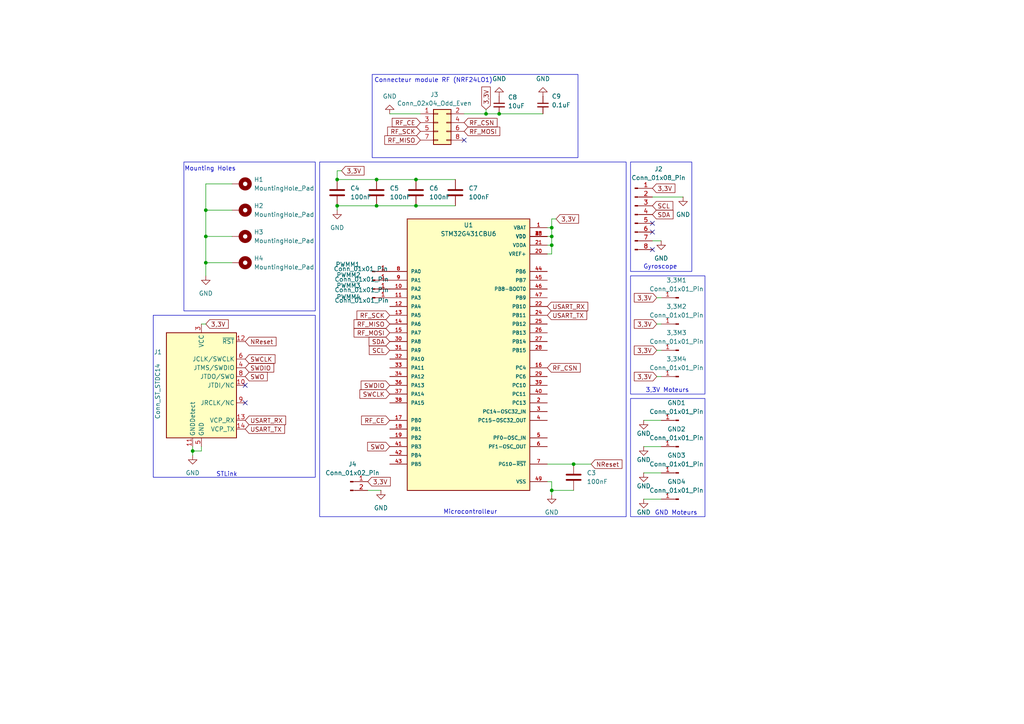
<source format=kicad_sch>
(kicad_sch
	(version 20250114)
	(generator "eeschema")
	(generator_version "9.0")
	(uuid "07fc18b6-fa43-45b9-8811-40ca32eaf445")
	(paper "A4")
	(title_block
		(title "PCB_Drone")
		(date "2025-10-21")
		(company "ENSEA")
	)
	(lib_symbols
		(symbol "Connector:Conn_01x01_Pin"
			(pin_names
				(offset 1.016)
				(hide yes)
			)
			(exclude_from_sim no)
			(in_bom yes)
			(on_board yes)
			(property "Reference" "J"
				(at 0 2.54 0)
				(effects
					(font
						(size 1.27 1.27)
					)
				)
			)
			(property "Value" "Conn_01x01_Pin"
				(at 0 -2.54 0)
				(effects
					(font
						(size 1.27 1.27)
					)
				)
			)
			(property "Footprint" ""
				(at 0 0 0)
				(effects
					(font
						(size 1.27 1.27)
					)
					(hide yes)
				)
			)
			(property "Datasheet" "~"
				(at 0 0 0)
				(effects
					(font
						(size 1.27 1.27)
					)
					(hide yes)
				)
			)
			(property "Description" "Generic connector, single row, 01x01, script generated"
				(at 0 0 0)
				(effects
					(font
						(size 1.27 1.27)
					)
					(hide yes)
				)
			)
			(property "ki_locked" ""
				(at 0 0 0)
				(effects
					(font
						(size 1.27 1.27)
					)
				)
			)
			(property "ki_keywords" "connector"
				(at 0 0 0)
				(effects
					(font
						(size 1.27 1.27)
					)
					(hide yes)
				)
			)
			(property "ki_fp_filters" "Connector*:*_1x??_*"
				(at 0 0 0)
				(effects
					(font
						(size 1.27 1.27)
					)
					(hide yes)
				)
			)
			(symbol "Conn_01x01_Pin_1_1"
				(rectangle
					(start 0.8636 0.127)
					(end 0 -0.127)
					(stroke
						(width 0.1524)
						(type default)
					)
					(fill
						(type outline)
					)
				)
				(polyline
					(pts
						(xy 1.27 0) (xy 0.8636 0)
					)
					(stroke
						(width 0.1524)
						(type default)
					)
					(fill
						(type none)
					)
				)
				(pin passive line
					(at 5.08 0 180)
					(length 3.81)
					(name "Pin_1"
						(effects
							(font
								(size 1.27 1.27)
							)
						)
					)
					(number "1"
						(effects
							(font
								(size 1.27 1.27)
							)
						)
					)
				)
			)
			(embedded_fonts no)
		)
		(symbol "Connector:Conn_01x02_Pin"
			(pin_names
				(offset 1.016)
				(hide yes)
			)
			(exclude_from_sim no)
			(in_bom yes)
			(on_board yes)
			(property "Reference" "J"
				(at 0 2.54 0)
				(effects
					(font
						(size 1.27 1.27)
					)
				)
			)
			(property "Value" "Conn_01x02_Pin"
				(at 0 -5.08 0)
				(effects
					(font
						(size 1.27 1.27)
					)
				)
			)
			(property "Footprint" ""
				(at 0 0 0)
				(effects
					(font
						(size 1.27 1.27)
					)
					(hide yes)
				)
			)
			(property "Datasheet" "~"
				(at 0 0 0)
				(effects
					(font
						(size 1.27 1.27)
					)
					(hide yes)
				)
			)
			(property "Description" "Generic connector, single row, 01x02, script generated"
				(at 0 0 0)
				(effects
					(font
						(size 1.27 1.27)
					)
					(hide yes)
				)
			)
			(property "ki_locked" ""
				(at 0 0 0)
				(effects
					(font
						(size 1.27 1.27)
					)
				)
			)
			(property "ki_keywords" "connector"
				(at 0 0 0)
				(effects
					(font
						(size 1.27 1.27)
					)
					(hide yes)
				)
			)
			(property "ki_fp_filters" "Connector*:*_1x??_*"
				(at 0 0 0)
				(effects
					(font
						(size 1.27 1.27)
					)
					(hide yes)
				)
			)
			(symbol "Conn_01x02_Pin_1_1"
				(rectangle
					(start 0.8636 0.127)
					(end 0 -0.127)
					(stroke
						(width 0.1524)
						(type default)
					)
					(fill
						(type outline)
					)
				)
				(rectangle
					(start 0.8636 -2.413)
					(end 0 -2.667)
					(stroke
						(width 0.1524)
						(type default)
					)
					(fill
						(type outline)
					)
				)
				(polyline
					(pts
						(xy 1.27 0) (xy 0.8636 0)
					)
					(stroke
						(width 0.1524)
						(type default)
					)
					(fill
						(type none)
					)
				)
				(polyline
					(pts
						(xy 1.27 -2.54) (xy 0.8636 -2.54)
					)
					(stroke
						(width 0.1524)
						(type default)
					)
					(fill
						(type none)
					)
				)
				(pin passive line
					(at 5.08 0 180)
					(length 3.81)
					(name "Pin_1"
						(effects
							(font
								(size 1.27 1.27)
							)
						)
					)
					(number "1"
						(effects
							(font
								(size 1.27 1.27)
							)
						)
					)
				)
				(pin passive line
					(at 5.08 -2.54 180)
					(length 3.81)
					(name "Pin_2"
						(effects
							(font
								(size 1.27 1.27)
							)
						)
					)
					(number "2"
						(effects
							(font
								(size 1.27 1.27)
							)
						)
					)
				)
			)
			(embedded_fonts no)
		)
		(symbol "Connector:Conn_01x08_Pin"
			(pin_names
				(offset 1.016)
				(hide yes)
			)
			(exclude_from_sim no)
			(in_bom yes)
			(on_board yes)
			(property "Reference" "J"
				(at 0 10.16 0)
				(effects
					(font
						(size 1.27 1.27)
					)
				)
			)
			(property "Value" "Conn_01x08_Pin"
				(at 0 -12.7 0)
				(effects
					(font
						(size 1.27 1.27)
					)
				)
			)
			(property "Footprint" ""
				(at 0 0 0)
				(effects
					(font
						(size 1.27 1.27)
					)
					(hide yes)
				)
			)
			(property "Datasheet" "~"
				(at 0 0 0)
				(effects
					(font
						(size 1.27 1.27)
					)
					(hide yes)
				)
			)
			(property "Description" "Generic connector, single row, 01x08, script generated"
				(at 0 0 0)
				(effects
					(font
						(size 1.27 1.27)
					)
					(hide yes)
				)
			)
			(property "ki_locked" ""
				(at 0 0 0)
				(effects
					(font
						(size 1.27 1.27)
					)
				)
			)
			(property "ki_keywords" "connector"
				(at 0 0 0)
				(effects
					(font
						(size 1.27 1.27)
					)
					(hide yes)
				)
			)
			(property "ki_fp_filters" "Connector*:*_1x??_*"
				(at 0 0 0)
				(effects
					(font
						(size 1.27 1.27)
					)
					(hide yes)
				)
			)
			(symbol "Conn_01x08_Pin_1_1"
				(rectangle
					(start 0.8636 7.747)
					(end 0 7.493)
					(stroke
						(width 0.1524)
						(type default)
					)
					(fill
						(type outline)
					)
				)
				(rectangle
					(start 0.8636 5.207)
					(end 0 4.953)
					(stroke
						(width 0.1524)
						(type default)
					)
					(fill
						(type outline)
					)
				)
				(rectangle
					(start 0.8636 2.667)
					(end 0 2.413)
					(stroke
						(width 0.1524)
						(type default)
					)
					(fill
						(type outline)
					)
				)
				(rectangle
					(start 0.8636 0.127)
					(end 0 -0.127)
					(stroke
						(width 0.1524)
						(type default)
					)
					(fill
						(type outline)
					)
				)
				(rectangle
					(start 0.8636 -2.413)
					(end 0 -2.667)
					(stroke
						(width 0.1524)
						(type default)
					)
					(fill
						(type outline)
					)
				)
				(rectangle
					(start 0.8636 -4.953)
					(end 0 -5.207)
					(stroke
						(width 0.1524)
						(type default)
					)
					(fill
						(type outline)
					)
				)
				(rectangle
					(start 0.8636 -7.493)
					(end 0 -7.747)
					(stroke
						(width 0.1524)
						(type default)
					)
					(fill
						(type outline)
					)
				)
				(rectangle
					(start 0.8636 -10.033)
					(end 0 -10.287)
					(stroke
						(width 0.1524)
						(type default)
					)
					(fill
						(type outline)
					)
				)
				(polyline
					(pts
						(xy 1.27 7.62) (xy 0.8636 7.62)
					)
					(stroke
						(width 0.1524)
						(type default)
					)
					(fill
						(type none)
					)
				)
				(polyline
					(pts
						(xy 1.27 5.08) (xy 0.8636 5.08)
					)
					(stroke
						(width 0.1524)
						(type default)
					)
					(fill
						(type none)
					)
				)
				(polyline
					(pts
						(xy 1.27 2.54) (xy 0.8636 2.54)
					)
					(stroke
						(width 0.1524)
						(type default)
					)
					(fill
						(type none)
					)
				)
				(polyline
					(pts
						(xy 1.27 0) (xy 0.8636 0)
					)
					(stroke
						(width 0.1524)
						(type default)
					)
					(fill
						(type none)
					)
				)
				(polyline
					(pts
						(xy 1.27 -2.54) (xy 0.8636 -2.54)
					)
					(stroke
						(width 0.1524)
						(type default)
					)
					(fill
						(type none)
					)
				)
				(polyline
					(pts
						(xy 1.27 -5.08) (xy 0.8636 -5.08)
					)
					(stroke
						(width 0.1524)
						(type default)
					)
					(fill
						(type none)
					)
				)
				(polyline
					(pts
						(xy 1.27 -7.62) (xy 0.8636 -7.62)
					)
					(stroke
						(width 0.1524)
						(type default)
					)
					(fill
						(type none)
					)
				)
				(polyline
					(pts
						(xy 1.27 -10.16) (xy 0.8636 -10.16)
					)
					(stroke
						(width 0.1524)
						(type default)
					)
					(fill
						(type none)
					)
				)
				(pin passive line
					(at 5.08 7.62 180)
					(length 3.81)
					(name "Pin_1"
						(effects
							(font
								(size 1.27 1.27)
							)
						)
					)
					(number "1"
						(effects
							(font
								(size 1.27 1.27)
							)
						)
					)
				)
				(pin passive line
					(at 5.08 5.08 180)
					(length 3.81)
					(name "Pin_2"
						(effects
							(font
								(size 1.27 1.27)
							)
						)
					)
					(number "2"
						(effects
							(font
								(size 1.27 1.27)
							)
						)
					)
				)
				(pin passive line
					(at 5.08 2.54 180)
					(length 3.81)
					(name "Pin_3"
						(effects
							(font
								(size 1.27 1.27)
							)
						)
					)
					(number "3"
						(effects
							(font
								(size 1.27 1.27)
							)
						)
					)
				)
				(pin passive line
					(at 5.08 0 180)
					(length 3.81)
					(name "Pin_4"
						(effects
							(font
								(size 1.27 1.27)
							)
						)
					)
					(number "4"
						(effects
							(font
								(size 1.27 1.27)
							)
						)
					)
				)
				(pin passive line
					(at 5.08 -2.54 180)
					(length 3.81)
					(name "Pin_5"
						(effects
							(font
								(size 1.27 1.27)
							)
						)
					)
					(number "5"
						(effects
							(font
								(size 1.27 1.27)
							)
						)
					)
				)
				(pin passive line
					(at 5.08 -5.08 180)
					(length 3.81)
					(name "Pin_6"
						(effects
							(font
								(size 1.27 1.27)
							)
						)
					)
					(number "6"
						(effects
							(font
								(size 1.27 1.27)
							)
						)
					)
				)
				(pin passive line
					(at 5.08 -7.62 180)
					(length 3.81)
					(name "Pin_7"
						(effects
							(font
								(size 1.27 1.27)
							)
						)
					)
					(number "7"
						(effects
							(font
								(size 1.27 1.27)
							)
						)
					)
				)
				(pin passive line
					(at 5.08 -10.16 180)
					(length 3.81)
					(name "Pin_8"
						(effects
							(font
								(size 1.27 1.27)
							)
						)
					)
					(number "8"
						(effects
							(font
								(size 1.27 1.27)
							)
						)
					)
				)
			)
			(embedded_fonts no)
		)
		(symbol "Connector:Conn_ST_STDC14"
			(exclude_from_sim no)
			(in_bom yes)
			(on_board yes)
			(property "Reference" "J"
				(at -8.89 16.51 0)
				(effects
					(font
						(size 1.27 1.27)
					)
					(justify right)
				)
			)
			(property "Value" "Conn_ST_STDC14"
				(at 17.78 16.51 0)
				(effects
					(font
						(size 1.27 1.27)
					)
					(justify right bottom)
				)
			)
			(property "Footprint" ""
				(at 0 0 0)
				(effects
					(font
						(size 1.27 1.27)
					)
					(hide yes)
				)
			)
			(property "Datasheet" "https://www.st.com/content/ccc/resource/technical/document/user_manual/group1/99/49/91/b6/b2/3a/46/e5/DM00526767/files/DM00526767.pdf/jcr:content/translations/en.DM00526767.pdf"
				(at -8.89 -31.75 90)
				(effects
					(font
						(size 1.27 1.27)
					)
					(hide yes)
				)
			)
			(property "Description" "ST Debug Connector, standard ARM Cortex-M SWD and JTAG interface plus UART"
				(at 0 0 0)
				(effects
					(font
						(size 1.27 1.27)
					)
					(hide yes)
				)
			)
			(property "ki_keywords" "ST STM32 Cortex Debug Connector ARM SWD JTAG"
				(at 0 0 0)
				(effects
					(font
						(size 1.27 1.27)
					)
					(hide yes)
				)
			)
			(property "ki_fp_filters" "PinHeader?2x07?P1.27mm*"
				(at 0 0 0)
				(effects
					(font
						(size 1.27 1.27)
					)
					(hide yes)
				)
			)
			(symbol "Conn_ST_STDC14_0_1"
				(rectangle
					(start -10.16 15.24)
					(end 10.16 -15.24)
					(stroke
						(width 0.254)
						(type default)
					)
					(fill
						(type background)
					)
				)
			)
			(symbol "Conn_ST_STDC14_1_1"
				(pin no_connect line
					(at -10.16 5.08 0)
					(length 2.54)
					(hide yes)
					(name "NC"
						(effects
							(font
								(size 1.27 1.27)
							)
						)
					)
					(number "1"
						(effects
							(font
								(size 1.27 1.27)
							)
						)
					)
				)
				(pin no_connect line
					(at -10.16 2.54 0)
					(length 2.54)
					(hide yes)
					(name "NC"
						(effects
							(font
								(size 1.27 1.27)
							)
						)
					)
					(number "2"
						(effects
							(font
								(size 1.27 1.27)
							)
						)
					)
				)
				(pin passive line
					(at -2.54 -17.78 90)
					(length 2.54)
					(name "GNDDetect"
						(effects
							(font
								(size 1.27 1.27)
							)
						)
					)
					(number "11"
						(effects
							(font
								(size 1.27 1.27)
							)
						)
					)
				)
				(pin power_in line
					(at 0 17.78 270)
					(length 2.54)
					(name "VCC"
						(effects
							(font
								(size 1.27 1.27)
							)
						)
					)
					(number "3"
						(effects
							(font
								(size 1.27 1.27)
							)
						)
					)
				)
				(pin power_in line
					(at 0 -17.78 90)
					(length 2.54)
					(name "GND"
						(effects
							(font
								(size 1.27 1.27)
							)
						)
					)
					(number "5"
						(effects
							(font
								(size 1.27 1.27)
							)
						)
					)
				)
				(pin passive line
					(at 0 -17.78 90)
					(length 2.54)
					(hide yes)
					(name "GND"
						(effects
							(font
								(size 1.27 1.27)
							)
						)
					)
					(number "7"
						(effects
							(font
								(size 1.27 1.27)
							)
						)
					)
				)
				(pin open_collector line
					(at 12.7 12.7 180)
					(length 2.54)
					(name "~{RST}"
						(effects
							(font
								(size 1.27 1.27)
							)
						)
					)
					(number "12"
						(effects
							(font
								(size 1.27 1.27)
							)
						)
					)
				)
				(pin output line
					(at 12.7 7.62 180)
					(length 2.54)
					(name "JCLK/SWCLK"
						(effects
							(font
								(size 1.27 1.27)
							)
						)
					)
					(number "6"
						(effects
							(font
								(size 1.27 1.27)
							)
						)
					)
				)
				(pin bidirectional line
					(at 12.7 5.08 180)
					(length 2.54)
					(name "JTMS/SWDIO"
						(effects
							(font
								(size 1.27 1.27)
							)
						)
					)
					(number "4"
						(effects
							(font
								(size 1.27 1.27)
							)
						)
					)
				)
				(pin input line
					(at 12.7 2.54 180)
					(length 2.54)
					(name "JTDO/SWO"
						(effects
							(font
								(size 1.27 1.27)
							)
						)
					)
					(number "8"
						(effects
							(font
								(size 1.27 1.27)
							)
						)
					)
				)
				(pin output line
					(at 12.7 0 180)
					(length 2.54)
					(name "JTDI/NC"
						(effects
							(font
								(size 1.27 1.27)
							)
						)
					)
					(number "10"
						(effects
							(font
								(size 1.27 1.27)
							)
						)
					)
				)
				(pin input line
					(at 12.7 -5.08 180)
					(length 2.54)
					(name "JRCLK/NC"
						(effects
							(font
								(size 1.27 1.27)
							)
						)
					)
					(number "9"
						(effects
							(font
								(size 1.27 1.27)
							)
						)
					)
				)
				(pin output line
					(at 12.7 -10.16 180)
					(length 2.54)
					(name "VCP_RX"
						(effects
							(font
								(size 1.27 1.27)
							)
						)
					)
					(number "13"
						(effects
							(font
								(size 1.27 1.27)
							)
						)
					)
				)
				(pin input line
					(at 12.7 -12.7 180)
					(length 2.54)
					(name "VCP_TX"
						(effects
							(font
								(size 1.27 1.27)
							)
						)
					)
					(number "14"
						(effects
							(font
								(size 1.27 1.27)
							)
						)
					)
				)
			)
			(embedded_fonts no)
		)
		(symbol "Connector_Generic:Conn_02x04_Odd_Even"
			(pin_names
				(offset 1.016)
				(hide yes)
			)
			(exclude_from_sim no)
			(in_bom yes)
			(on_board yes)
			(property "Reference" "J"
				(at 1.27 5.08 0)
				(effects
					(font
						(size 1.27 1.27)
					)
				)
			)
			(property "Value" "Conn_02x04_Odd_Even"
				(at 1.27 -7.62 0)
				(effects
					(font
						(size 1.27 1.27)
					)
				)
			)
			(property "Footprint" ""
				(at 0 0 0)
				(effects
					(font
						(size 1.27 1.27)
					)
					(hide yes)
				)
			)
			(property "Datasheet" "~"
				(at 0 0 0)
				(effects
					(font
						(size 1.27 1.27)
					)
					(hide yes)
				)
			)
			(property "Description" "Generic connector, double row, 02x04, odd/even pin numbering scheme (row 1 odd numbers, row 2 even numbers), script generated (kicad-library-utils/schlib/autogen/connector/)"
				(at 0 0 0)
				(effects
					(font
						(size 1.27 1.27)
					)
					(hide yes)
				)
			)
			(property "ki_keywords" "connector"
				(at 0 0 0)
				(effects
					(font
						(size 1.27 1.27)
					)
					(hide yes)
				)
			)
			(property "ki_fp_filters" "Connector*:*_2x??_*"
				(at 0 0 0)
				(effects
					(font
						(size 1.27 1.27)
					)
					(hide yes)
				)
			)
			(symbol "Conn_02x04_Odd_Even_1_1"
				(rectangle
					(start -1.27 3.81)
					(end 3.81 -6.35)
					(stroke
						(width 0.254)
						(type default)
					)
					(fill
						(type background)
					)
				)
				(rectangle
					(start -1.27 2.667)
					(end 0 2.413)
					(stroke
						(width 0.1524)
						(type default)
					)
					(fill
						(type none)
					)
				)
				(rectangle
					(start -1.27 0.127)
					(end 0 -0.127)
					(stroke
						(width 0.1524)
						(type default)
					)
					(fill
						(type none)
					)
				)
				(rectangle
					(start -1.27 -2.413)
					(end 0 -2.667)
					(stroke
						(width 0.1524)
						(type default)
					)
					(fill
						(type none)
					)
				)
				(rectangle
					(start -1.27 -4.953)
					(end 0 -5.207)
					(stroke
						(width 0.1524)
						(type default)
					)
					(fill
						(type none)
					)
				)
				(rectangle
					(start 3.81 2.667)
					(end 2.54 2.413)
					(stroke
						(width 0.1524)
						(type default)
					)
					(fill
						(type none)
					)
				)
				(rectangle
					(start 3.81 0.127)
					(end 2.54 -0.127)
					(stroke
						(width 0.1524)
						(type default)
					)
					(fill
						(type none)
					)
				)
				(rectangle
					(start 3.81 -2.413)
					(end 2.54 -2.667)
					(stroke
						(width 0.1524)
						(type default)
					)
					(fill
						(type none)
					)
				)
				(rectangle
					(start 3.81 -4.953)
					(end 2.54 -5.207)
					(stroke
						(width 0.1524)
						(type default)
					)
					(fill
						(type none)
					)
				)
				(pin passive line
					(at -5.08 2.54 0)
					(length 3.81)
					(name "Pin_1"
						(effects
							(font
								(size 1.27 1.27)
							)
						)
					)
					(number "1"
						(effects
							(font
								(size 1.27 1.27)
							)
						)
					)
				)
				(pin passive line
					(at -5.08 0 0)
					(length 3.81)
					(name "Pin_3"
						(effects
							(font
								(size 1.27 1.27)
							)
						)
					)
					(number "3"
						(effects
							(font
								(size 1.27 1.27)
							)
						)
					)
				)
				(pin passive line
					(at -5.08 -2.54 0)
					(length 3.81)
					(name "Pin_5"
						(effects
							(font
								(size 1.27 1.27)
							)
						)
					)
					(number "5"
						(effects
							(font
								(size 1.27 1.27)
							)
						)
					)
				)
				(pin passive line
					(at -5.08 -5.08 0)
					(length 3.81)
					(name "Pin_7"
						(effects
							(font
								(size 1.27 1.27)
							)
						)
					)
					(number "7"
						(effects
							(font
								(size 1.27 1.27)
							)
						)
					)
				)
				(pin passive line
					(at 7.62 2.54 180)
					(length 3.81)
					(name "Pin_2"
						(effects
							(font
								(size 1.27 1.27)
							)
						)
					)
					(number "2"
						(effects
							(font
								(size 1.27 1.27)
							)
						)
					)
				)
				(pin passive line
					(at 7.62 0 180)
					(length 3.81)
					(name "Pin_4"
						(effects
							(font
								(size 1.27 1.27)
							)
						)
					)
					(number "4"
						(effects
							(font
								(size 1.27 1.27)
							)
						)
					)
				)
				(pin passive line
					(at 7.62 -2.54 180)
					(length 3.81)
					(name "Pin_6"
						(effects
							(font
								(size 1.27 1.27)
							)
						)
					)
					(number "6"
						(effects
							(font
								(size 1.27 1.27)
							)
						)
					)
				)
				(pin passive line
					(at 7.62 -5.08 180)
					(length 3.81)
					(name "Pin_8"
						(effects
							(font
								(size 1.27 1.27)
							)
						)
					)
					(number "8"
						(effects
							(font
								(size 1.27 1.27)
							)
						)
					)
				)
			)
			(embedded_fonts no)
		)
		(symbol "Device:C"
			(pin_numbers
				(hide yes)
			)
			(pin_names
				(offset 0.254)
			)
			(exclude_from_sim no)
			(in_bom yes)
			(on_board yes)
			(property "Reference" "C"
				(at 0.635 2.54 0)
				(effects
					(font
						(size 1.27 1.27)
					)
					(justify left)
				)
			)
			(property "Value" "C"
				(at 0.635 -2.54 0)
				(effects
					(font
						(size 1.27 1.27)
					)
					(justify left)
				)
			)
			(property "Footprint" ""
				(at 0.9652 -3.81 0)
				(effects
					(font
						(size 1.27 1.27)
					)
					(hide yes)
				)
			)
			(property "Datasheet" "~"
				(at 0 0 0)
				(effects
					(font
						(size 1.27 1.27)
					)
					(hide yes)
				)
			)
			(property "Description" "Unpolarized capacitor"
				(at 0 0 0)
				(effects
					(font
						(size 1.27 1.27)
					)
					(hide yes)
				)
			)
			(property "ki_keywords" "cap capacitor"
				(at 0 0 0)
				(effects
					(font
						(size 1.27 1.27)
					)
					(hide yes)
				)
			)
			(property "ki_fp_filters" "C_*"
				(at 0 0 0)
				(effects
					(font
						(size 1.27 1.27)
					)
					(hide yes)
				)
			)
			(symbol "C_0_1"
				(polyline
					(pts
						(xy -2.032 0.762) (xy 2.032 0.762)
					)
					(stroke
						(width 0.508)
						(type default)
					)
					(fill
						(type none)
					)
				)
				(polyline
					(pts
						(xy -2.032 -0.762) (xy 2.032 -0.762)
					)
					(stroke
						(width 0.508)
						(type default)
					)
					(fill
						(type none)
					)
				)
			)
			(symbol "C_1_1"
				(pin passive line
					(at 0 3.81 270)
					(length 2.794)
					(name "~"
						(effects
							(font
								(size 1.27 1.27)
							)
						)
					)
					(number "1"
						(effects
							(font
								(size 1.27 1.27)
							)
						)
					)
				)
				(pin passive line
					(at 0 -3.81 90)
					(length 2.794)
					(name "~"
						(effects
							(font
								(size 1.27 1.27)
							)
						)
					)
					(number "2"
						(effects
							(font
								(size 1.27 1.27)
							)
						)
					)
				)
			)
			(embedded_fonts no)
		)
		(symbol "Device:C_Small"
			(pin_numbers
				(hide yes)
			)
			(pin_names
				(offset 0.254)
				(hide yes)
			)
			(exclude_from_sim no)
			(in_bom yes)
			(on_board yes)
			(property "Reference" "C"
				(at 0.254 1.778 0)
				(effects
					(font
						(size 1.27 1.27)
					)
					(justify left)
				)
			)
			(property "Value" "C_Small"
				(at 0.254 -2.032 0)
				(effects
					(font
						(size 1.27 1.27)
					)
					(justify left)
				)
			)
			(property "Footprint" ""
				(at 0 0 0)
				(effects
					(font
						(size 1.27 1.27)
					)
					(hide yes)
				)
			)
			(property "Datasheet" "~"
				(at 0 0 0)
				(effects
					(font
						(size 1.27 1.27)
					)
					(hide yes)
				)
			)
			(property "Description" "Unpolarized capacitor, small symbol"
				(at 0 0 0)
				(effects
					(font
						(size 1.27 1.27)
					)
					(hide yes)
				)
			)
			(property "ki_keywords" "capacitor cap"
				(at 0 0 0)
				(effects
					(font
						(size 1.27 1.27)
					)
					(hide yes)
				)
			)
			(property "ki_fp_filters" "C_*"
				(at 0 0 0)
				(effects
					(font
						(size 1.27 1.27)
					)
					(hide yes)
				)
			)
			(symbol "C_Small_0_1"
				(polyline
					(pts
						(xy -1.524 0.508) (xy 1.524 0.508)
					)
					(stroke
						(width 0.3048)
						(type default)
					)
					(fill
						(type none)
					)
				)
				(polyline
					(pts
						(xy -1.524 -0.508) (xy 1.524 -0.508)
					)
					(stroke
						(width 0.3302)
						(type default)
					)
					(fill
						(type none)
					)
				)
			)
			(symbol "C_Small_1_1"
				(pin passive line
					(at 0 2.54 270)
					(length 2.032)
					(name "~"
						(effects
							(font
								(size 1.27 1.27)
							)
						)
					)
					(number "1"
						(effects
							(font
								(size 1.27 1.27)
							)
						)
					)
				)
				(pin passive line
					(at 0 -2.54 90)
					(length 2.032)
					(name "~"
						(effects
							(font
								(size 1.27 1.27)
							)
						)
					)
					(number "2"
						(effects
							(font
								(size 1.27 1.27)
							)
						)
					)
				)
			)
			(embedded_fonts no)
		)
		(symbol "Mechanical:MountingHole_Pad"
			(pin_numbers
				(hide yes)
			)
			(pin_names
				(offset 1.016)
				(hide yes)
			)
			(exclude_from_sim no)
			(in_bom no)
			(on_board yes)
			(property "Reference" "H"
				(at 0 6.35 0)
				(effects
					(font
						(size 1.27 1.27)
					)
				)
			)
			(property "Value" "MountingHole_Pad"
				(at 0 4.445 0)
				(effects
					(font
						(size 1.27 1.27)
					)
				)
			)
			(property "Footprint" ""
				(at 0 0 0)
				(effects
					(font
						(size 1.27 1.27)
					)
					(hide yes)
				)
			)
			(property "Datasheet" "~"
				(at 0 0 0)
				(effects
					(font
						(size 1.27 1.27)
					)
					(hide yes)
				)
			)
			(property "Description" "Mounting Hole with connection"
				(at 0 0 0)
				(effects
					(font
						(size 1.27 1.27)
					)
					(hide yes)
				)
			)
			(property "ki_keywords" "mounting hole"
				(at 0 0 0)
				(effects
					(font
						(size 1.27 1.27)
					)
					(hide yes)
				)
			)
			(property "ki_fp_filters" "MountingHole*Pad*"
				(at 0 0 0)
				(effects
					(font
						(size 1.27 1.27)
					)
					(hide yes)
				)
			)
			(symbol "MountingHole_Pad_0_1"
				(circle
					(center 0 1.27)
					(radius 1.27)
					(stroke
						(width 1.27)
						(type default)
					)
					(fill
						(type none)
					)
				)
			)
			(symbol "MountingHole_Pad_1_1"
				(pin input line
					(at 0 -2.54 90)
					(length 2.54)
					(name "1"
						(effects
							(font
								(size 1.27 1.27)
							)
						)
					)
					(number "1"
						(effects
							(font
								(size 1.27 1.27)
							)
						)
					)
				)
			)
			(embedded_fonts no)
		)
		(symbol "STM32G431CBU6:STM32G431CBU6"
			(pin_names
				(offset 1.016)
			)
			(exclude_from_sim no)
			(in_bom yes)
			(on_board yes)
			(property "Reference" "U"
				(at -17.78 41.402 0)
				(effects
					(font
						(size 1.27 1.27)
					)
					(justify left bottom)
				)
			)
			(property "Value" "STM32G431CBU6"
				(at -17.78 -40.64 0)
				(effects
					(font
						(size 1.27 1.27)
					)
					(justify left bottom)
				)
			)
			(property "Footprint" "STM32G431CBU6:QFN50P700X700X60-49N"
				(at 0 0 0)
				(effects
					(font
						(size 1.27 1.27)
					)
					(justify bottom)
					(hide yes)
				)
			)
			(property "Datasheet" ""
				(at 0 0 0)
				(effects
					(font
						(size 1.27 1.27)
					)
					(hide yes)
				)
			)
			(property "Description" ""
				(at 0 0 0)
				(effects
					(font
						(size 1.27 1.27)
					)
					(hide yes)
				)
			)
			(property "MF" "STMicroelectronics"
				(at 0 0 0)
				(effects
					(font
						(size 1.27 1.27)
					)
					(justify bottom)
					(hide yes)
				)
			)
			(property "MAXIMUM_PACKAGE_HEIGHT" "0.6mm"
				(at 0 0 0)
				(effects
					(font
						(size 1.27 1.27)
					)
					(justify bottom)
					(hide yes)
				)
			)
			(property "Package" "UFQFPN-48 STMicroelectronics"
				(at 0 0 0)
				(effects
					(font
						(size 1.27 1.27)
					)
					(justify bottom)
					(hide yes)
				)
			)
			(property "Price" "None"
				(at 0 0 0)
				(effects
					(font
						(size 1.27 1.27)
					)
					(justify bottom)
					(hide yes)
				)
			)
			(property "Check_prices" "https://www.snapeda.com/parts/STM32G431CBU6/STMicroelectronics/view-part/?ref=eda"
				(at 0 0 0)
				(effects
					(font
						(size 1.27 1.27)
					)
					(justify bottom)
					(hide yes)
				)
			)
			(property "STANDARD" "IPC-7351B"
				(at 0 0 0)
				(effects
					(font
						(size 1.27 1.27)
					)
					(justify bottom)
					(hide yes)
				)
			)
			(property "PARTREV" "6"
				(at 0 0 0)
				(effects
					(font
						(size 1.27 1.27)
					)
					(justify bottom)
					(hide yes)
				)
			)
			(property "SnapEDA_Link" "https://www.snapeda.com/parts/STM32G431CBU6/STMicroelectronics/view-part/?ref=snap"
				(at 0 0 0)
				(effects
					(font
						(size 1.27 1.27)
					)
					(justify bottom)
					(hide yes)
				)
			)
			(property "MP" "STM32G431CBU6"
				(at 0 0 0)
				(effects
					(font
						(size 1.27 1.27)
					)
					(justify bottom)
					(hide yes)
				)
			)
			(property "Description_1" "ARM® Cortex®-M4F STM32G4 Microcontroller IC 32-Bit Single-Core 170MHz 128KB (128K x 8) FLASH 48-UFQFPN (7x7)"
				(at 0 0 0)
				(effects
					(font
						(size 1.27 1.27)
					)
					(justify bottom)
					(hide yes)
				)
			)
			(property "Availability" "In Stock"
				(at 0 0 0)
				(effects
					(font
						(size 1.27 1.27)
					)
					(justify bottom)
					(hide yes)
				)
			)
			(property "MANUFACTURER" "STMicroelectronics"
				(at 0 0 0)
				(effects
					(font
						(size 1.27 1.27)
					)
					(justify bottom)
					(hide yes)
				)
			)
			(symbol "STM32G431CBU6_0_0"
				(rectangle
					(start -17.78 -38.1)
					(end 17.78 40.64)
					(stroke
						(width 0.254)
						(type default)
					)
					(fill
						(type background)
					)
				)
				(pin bidirectional line
					(at -22.86 25.4 0)
					(length 5.08)
					(name "PA0"
						(effects
							(font
								(size 1.016 1.016)
							)
						)
					)
					(number "8"
						(effects
							(font
								(size 1.016 1.016)
							)
						)
					)
				)
				(pin bidirectional line
					(at -22.86 22.86 0)
					(length 5.08)
					(name "PA1"
						(effects
							(font
								(size 1.016 1.016)
							)
						)
					)
					(number "9"
						(effects
							(font
								(size 1.016 1.016)
							)
						)
					)
				)
				(pin bidirectional line
					(at -22.86 20.32 0)
					(length 5.08)
					(name "PA2"
						(effects
							(font
								(size 1.016 1.016)
							)
						)
					)
					(number "10"
						(effects
							(font
								(size 1.016 1.016)
							)
						)
					)
				)
				(pin bidirectional line
					(at -22.86 17.78 0)
					(length 5.08)
					(name "PA3"
						(effects
							(font
								(size 1.016 1.016)
							)
						)
					)
					(number "11"
						(effects
							(font
								(size 1.016 1.016)
							)
						)
					)
				)
				(pin bidirectional line
					(at -22.86 15.24 0)
					(length 5.08)
					(name "PA4"
						(effects
							(font
								(size 1.016 1.016)
							)
						)
					)
					(number "12"
						(effects
							(font
								(size 1.016 1.016)
							)
						)
					)
				)
				(pin bidirectional line
					(at -22.86 12.7 0)
					(length 5.08)
					(name "PA5"
						(effects
							(font
								(size 1.016 1.016)
							)
						)
					)
					(number "13"
						(effects
							(font
								(size 1.016 1.016)
							)
						)
					)
				)
				(pin bidirectional line
					(at -22.86 10.16 0)
					(length 5.08)
					(name "PA6"
						(effects
							(font
								(size 1.016 1.016)
							)
						)
					)
					(number "14"
						(effects
							(font
								(size 1.016 1.016)
							)
						)
					)
				)
				(pin bidirectional line
					(at -22.86 7.62 0)
					(length 5.08)
					(name "PA7"
						(effects
							(font
								(size 1.016 1.016)
							)
						)
					)
					(number "15"
						(effects
							(font
								(size 1.016 1.016)
							)
						)
					)
				)
				(pin bidirectional line
					(at -22.86 5.08 0)
					(length 5.08)
					(name "PA8"
						(effects
							(font
								(size 1.016 1.016)
							)
						)
					)
					(number "30"
						(effects
							(font
								(size 1.016 1.016)
							)
						)
					)
				)
				(pin bidirectional line
					(at -22.86 2.54 0)
					(length 5.08)
					(name "PA9"
						(effects
							(font
								(size 1.016 1.016)
							)
						)
					)
					(number "31"
						(effects
							(font
								(size 1.016 1.016)
							)
						)
					)
				)
				(pin bidirectional line
					(at -22.86 0 0)
					(length 5.08)
					(name "PA10"
						(effects
							(font
								(size 1.016 1.016)
							)
						)
					)
					(number "32"
						(effects
							(font
								(size 1.016 1.016)
							)
						)
					)
				)
				(pin bidirectional line
					(at -22.86 -2.54 0)
					(length 5.08)
					(name "PA11"
						(effects
							(font
								(size 1.016 1.016)
							)
						)
					)
					(number "33"
						(effects
							(font
								(size 1.016 1.016)
							)
						)
					)
				)
				(pin bidirectional line
					(at -22.86 -5.08 0)
					(length 5.08)
					(name "PA12"
						(effects
							(font
								(size 1.016 1.016)
							)
						)
					)
					(number "34"
						(effects
							(font
								(size 1.016 1.016)
							)
						)
					)
				)
				(pin bidirectional line
					(at -22.86 -7.62 0)
					(length 5.08)
					(name "PA13"
						(effects
							(font
								(size 1.016 1.016)
							)
						)
					)
					(number "36"
						(effects
							(font
								(size 1.016 1.016)
							)
						)
					)
				)
				(pin bidirectional line
					(at -22.86 -10.16 0)
					(length 5.08)
					(name "PA14"
						(effects
							(font
								(size 1.016 1.016)
							)
						)
					)
					(number "37"
						(effects
							(font
								(size 1.016 1.016)
							)
						)
					)
				)
				(pin bidirectional line
					(at -22.86 -12.7 0)
					(length 5.08)
					(name "PA15"
						(effects
							(font
								(size 1.016 1.016)
							)
						)
					)
					(number "38"
						(effects
							(font
								(size 1.016 1.016)
							)
						)
					)
				)
				(pin bidirectional line
					(at -22.86 -17.78 0)
					(length 5.08)
					(name "PB0"
						(effects
							(font
								(size 1.016 1.016)
							)
						)
					)
					(number "17"
						(effects
							(font
								(size 1.016 1.016)
							)
						)
					)
				)
				(pin bidirectional line
					(at -22.86 -20.32 0)
					(length 5.08)
					(name "PB1"
						(effects
							(font
								(size 1.016 1.016)
							)
						)
					)
					(number "18"
						(effects
							(font
								(size 1.016 1.016)
							)
						)
					)
				)
				(pin bidirectional line
					(at -22.86 -22.86 0)
					(length 5.08)
					(name "PB2"
						(effects
							(font
								(size 1.016 1.016)
							)
						)
					)
					(number "19"
						(effects
							(font
								(size 1.016 1.016)
							)
						)
					)
				)
				(pin bidirectional line
					(at -22.86 -25.4 0)
					(length 5.08)
					(name "PB3"
						(effects
							(font
								(size 1.016 1.016)
							)
						)
					)
					(number "41"
						(effects
							(font
								(size 1.016 1.016)
							)
						)
					)
				)
				(pin bidirectional line
					(at -22.86 -27.94 0)
					(length 5.08)
					(name "PB4"
						(effects
							(font
								(size 1.016 1.016)
							)
						)
					)
					(number "42"
						(effects
							(font
								(size 1.016 1.016)
							)
						)
					)
				)
				(pin bidirectional line
					(at -22.86 -30.48 0)
					(length 5.08)
					(name "PB5"
						(effects
							(font
								(size 1.016 1.016)
							)
						)
					)
					(number "43"
						(effects
							(font
								(size 1.016 1.016)
							)
						)
					)
				)
				(pin power_in line
					(at 22.86 38.1 180)
					(length 5.08)
					(name "VBAT"
						(effects
							(font
								(size 1.016 1.016)
							)
						)
					)
					(number "1"
						(effects
							(font
								(size 1.016 1.016)
							)
						)
					)
				)
				(pin power_in line
					(at 22.86 35.56 180)
					(length 5.08)
					(name "VDD"
						(effects
							(font
								(size 1.016 1.016)
							)
						)
					)
					(number "23"
						(effects
							(font
								(size 1.016 1.016)
							)
						)
					)
				)
				(pin power_in line
					(at 22.86 35.56 180)
					(length 5.08)
					(name "VDD"
						(effects
							(font
								(size 1.016 1.016)
							)
						)
					)
					(number "35"
						(effects
							(font
								(size 1.016 1.016)
							)
						)
					)
				)
				(pin power_in line
					(at 22.86 35.56 180)
					(length 5.08)
					(name "VDD"
						(effects
							(font
								(size 1.016 1.016)
							)
						)
					)
					(number "48"
						(effects
							(font
								(size 1.016 1.016)
							)
						)
					)
				)
				(pin power_in line
					(at 22.86 33.02 180)
					(length 5.08)
					(name "VDDA"
						(effects
							(font
								(size 1.016 1.016)
							)
						)
					)
					(number "21"
						(effects
							(font
								(size 1.016 1.016)
							)
						)
					)
				)
				(pin power_in line
					(at 22.86 30.48 180)
					(length 5.08)
					(name "VREF+"
						(effects
							(font
								(size 1.016 1.016)
							)
						)
					)
					(number "20"
						(effects
							(font
								(size 1.016 1.016)
							)
						)
					)
				)
				(pin bidirectional line
					(at 22.86 25.4 180)
					(length 5.08)
					(name "PB6"
						(effects
							(font
								(size 1.016 1.016)
							)
						)
					)
					(number "44"
						(effects
							(font
								(size 1.016 1.016)
							)
						)
					)
				)
				(pin bidirectional line
					(at 22.86 22.86 180)
					(length 5.08)
					(name "PB7"
						(effects
							(font
								(size 1.016 1.016)
							)
						)
					)
					(number "45"
						(effects
							(font
								(size 1.016 1.016)
							)
						)
					)
				)
				(pin bidirectional line
					(at 22.86 20.32 180)
					(length 5.08)
					(name "PB8-BOOT0"
						(effects
							(font
								(size 1.016 1.016)
							)
						)
					)
					(number "46"
						(effects
							(font
								(size 1.016 1.016)
							)
						)
					)
				)
				(pin bidirectional line
					(at 22.86 17.78 180)
					(length 5.08)
					(name "PB9"
						(effects
							(font
								(size 1.016 1.016)
							)
						)
					)
					(number "47"
						(effects
							(font
								(size 1.016 1.016)
							)
						)
					)
				)
				(pin bidirectional line
					(at 22.86 15.24 180)
					(length 5.08)
					(name "PB10"
						(effects
							(font
								(size 1.016 1.016)
							)
						)
					)
					(number "22"
						(effects
							(font
								(size 1.016 1.016)
							)
						)
					)
				)
				(pin bidirectional line
					(at 22.86 12.7 180)
					(length 5.08)
					(name "PB11"
						(effects
							(font
								(size 1.016 1.016)
							)
						)
					)
					(number "24"
						(effects
							(font
								(size 1.016 1.016)
							)
						)
					)
				)
				(pin bidirectional line
					(at 22.86 10.16 180)
					(length 5.08)
					(name "PB12"
						(effects
							(font
								(size 1.016 1.016)
							)
						)
					)
					(number "25"
						(effects
							(font
								(size 1.016 1.016)
							)
						)
					)
				)
				(pin bidirectional line
					(at 22.86 7.62 180)
					(length 5.08)
					(name "PB13"
						(effects
							(font
								(size 1.016 1.016)
							)
						)
					)
					(number "26"
						(effects
							(font
								(size 1.016 1.016)
							)
						)
					)
				)
				(pin bidirectional line
					(at 22.86 5.08 180)
					(length 5.08)
					(name "PB14"
						(effects
							(font
								(size 1.016 1.016)
							)
						)
					)
					(number "27"
						(effects
							(font
								(size 1.016 1.016)
							)
						)
					)
				)
				(pin bidirectional line
					(at 22.86 2.54 180)
					(length 5.08)
					(name "PB15"
						(effects
							(font
								(size 1.016 1.016)
							)
						)
					)
					(number "28"
						(effects
							(font
								(size 1.016 1.016)
							)
						)
					)
				)
				(pin bidirectional line
					(at 22.86 -2.54 180)
					(length 5.08)
					(name "PC4"
						(effects
							(font
								(size 1.016 1.016)
							)
						)
					)
					(number "16"
						(effects
							(font
								(size 1.016 1.016)
							)
						)
					)
				)
				(pin bidirectional line
					(at 22.86 -5.08 180)
					(length 5.08)
					(name "PC6"
						(effects
							(font
								(size 1.016 1.016)
							)
						)
					)
					(number "29"
						(effects
							(font
								(size 1.016 1.016)
							)
						)
					)
				)
				(pin bidirectional line
					(at 22.86 -7.62 180)
					(length 5.08)
					(name "PC10"
						(effects
							(font
								(size 1.016 1.016)
							)
						)
					)
					(number "39"
						(effects
							(font
								(size 1.016 1.016)
							)
						)
					)
				)
				(pin bidirectional line
					(at 22.86 -10.16 180)
					(length 5.08)
					(name "PC11"
						(effects
							(font
								(size 1.016 1.016)
							)
						)
					)
					(number "40"
						(effects
							(font
								(size 1.016 1.016)
							)
						)
					)
				)
				(pin bidirectional line
					(at 22.86 -12.7 180)
					(length 5.08)
					(name "PC13"
						(effects
							(font
								(size 1.016 1.016)
							)
						)
					)
					(number "2"
						(effects
							(font
								(size 1.016 1.016)
							)
						)
					)
				)
				(pin bidirectional line
					(at 22.86 -15.24 180)
					(length 5.08)
					(name "PC14-OSC32_IN"
						(effects
							(font
								(size 1.016 1.016)
							)
						)
					)
					(number "3"
						(effects
							(font
								(size 1.016 1.016)
							)
						)
					)
				)
				(pin bidirectional line
					(at 22.86 -17.78 180)
					(length 5.08)
					(name "PC15-OSC32_OUT"
						(effects
							(font
								(size 1.016 1.016)
							)
						)
					)
					(number "4"
						(effects
							(font
								(size 1.016 1.016)
							)
						)
					)
				)
				(pin bidirectional line
					(at 22.86 -22.86 180)
					(length 5.08)
					(name "PF0-OSC_IN"
						(effects
							(font
								(size 1.016 1.016)
							)
						)
					)
					(number "5"
						(effects
							(font
								(size 1.016 1.016)
							)
						)
					)
				)
				(pin bidirectional line
					(at 22.86 -25.4 180)
					(length 5.08)
					(name "PF1-OSC_OUT"
						(effects
							(font
								(size 1.016 1.016)
							)
						)
					)
					(number "6"
						(effects
							(font
								(size 1.016 1.016)
							)
						)
					)
				)
				(pin bidirectional line
					(at 22.86 -30.48 180)
					(length 5.08)
					(name "PG10-~{RST}"
						(effects
							(font
								(size 1.016 1.016)
							)
						)
					)
					(number "7"
						(effects
							(font
								(size 1.016 1.016)
							)
						)
					)
				)
				(pin power_in line
					(at 22.86 -35.56 180)
					(length 5.08)
					(name "VSS"
						(effects
							(font
								(size 1.016 1.016)
							)
						)
					)
					(number "49"
						(effects
							(font
								(size 1.016 1.016)
							)
						)
					)
				)
			)
			(embedded_fonts no)
		)
		(symbol "power:GND"
			(power)
			(pin_numbers
				(hide yes)
			)
			(pin_names
				(offset 0)
				(hide yes)
			)
			(exclude_from_sim no)
			(in_bom yes)
			(on_board yes)
			(property "Reference" "#PWR"
				(at 0 -6.35 0)
				(effects
					(font
						(size 1.27 1.27)
					)
					(hide yes)
				)
			)
			(property "Value" "GND"
				(at 0 -3.81 0)
				(effects
					(font
						(size 1.27 1.27)
					)
				)
			)
			(property "Footprint" ""
				(at 0 0 0)
				(effects
					(font
						(size 1.27 1.27)
					)
					(hide yes)
				)
			)
			(property "Datasheet" ""
				(at 0 0 0)
				(effects
					(font
						(size 1.27 1.27)
					)
					(hide yes)
				)
			)
			(property "Description" "Power symbol creates a global label with name \"GND\" , ground"
				(at 0 0 0)
				(effects
					(font
						(size 1.27 1.27)
					)
					(hide yes)
				)
			)
			(property "ki_keywords" "global power"
				(at 0 0 0)
				(effects
					(font
						(size 1.27 1.27)
					)
					(hide yes)
				)
			)
			(symbol "GND_0_1"
				(polyline
					(pts
						(xy 0 0) (xy 0 -1.27) (xy 1.27 -1.27) (xy 0 -2.54) (xy -1.27 -1.27) (xy 0 -1.27)
					)
					(stroke
						(width 0)
						(type default)
					)
					(fill
						(type none)
					)
				)
			)
			(symbol "GND_1_1"
				(pin power_in line
					(at 0 0 270)
					(length 0)
					(name "~"
						(effects
							(font
								(size 1.27 1.27)
							)
						)
					)
					(number "1"
						(effects
							(font
								(size 1.27 1.27)
							)
						)
					)
				)
			)
			(embedded_fonts no)
		)
	)
	(rectangle
		(start 182.88 115.57)
		(end 204.47 149.86)
		(stroke
			(width 0)
			(type default)
		)
		(fill
			(type none)
		)
		(uuid 379ed62e-0306-44c3-968d-88593f71dd95)
	)
	(rectangle
		(start 107.95 21.59)
		(end 167.64 45.72)
		(stroke
			(width 0)
			(type default)
		)
		(fill
			(type none)
		)
		(uuid 6a66c543-77cb-4444-8745-af7d6c60c459)
	)
	(rectangle
		(start 53.34 46.99)
		(end 91.44 90.17)
		(stroke
			(width 0)
			(type default)
		)
		(fill
			(type none)
		)
		(uuid ab039f6e-fc71-4693-af92-ceca917d8425)
	)
	(rectangle
		(start 182.88 46.99)
		(end 200.66 78.74)
		(stroke
			(width 0)
			(type default)
		)
		(fill
			(type none)
		)
		(uuid cff84cbf-db55-4c45-8720-d0c12ed06c13)
	)
	(rectangle
		(start 44.45 91.44)
		(end 91.44 138.43)
		(stroke
			(width 0)
			(type default)
		)
		(fill
			(type none)
		)
		(uuid de19b020-b71d-4d72-b914-44fda3c21c03)
	)
	(rectangle
		(start 92.71 46.99)
		(end 181.61 149.86)
		(stroke
			(width 0)
			(type default)
		)
		(fill
			(type none)
		)
		(uuid e5f43494-98f7-4829-9055-3054be5b4bf2)
	)
	(rectangle
		(start 182.88 80.01)
		(end 204.47 114.3)
		(stroke
			(width 0)
			(type default)
		)
		(fill
			(type none)
		)
		(uuid fd2b0107-c31a-4b66-9a0e-199509505987)
	)
	(text "3,3V Moteurs"
		(exclude_from_sim no)
		(at 193.548 113.284 0)
		(effects
			(font
				(size 1.27 1.27)
			)
		)
		(uuid "06c692ef-26be-4fb8-a7af-2ef5de591828")
	)
	(text "Connecteur module RF (NRF24LO1)"
		(exclude_from_sim no)
		(at 125.73 23.368 0)
		(effects
			(font
				(size 1.27 1.27)
			)
		)
		(uuid "1dcdcc5d-79a2-4470-80ba-19ce8cb83ee9")
	)
	(text "Microcontrolleur"
		(exclude_from_sim no)
		(at 136.398 148.59 0)
		(effects
			(font
				(size 1.27 1.27)
			)
		)
		(uuid "4352923c-e315-4645-a665-8c5776c5cd77")
	)
	(text "Gyroscope"
		(exclude_from_sim no)
		(at 191.516 77.47 0)
		(effects
			(font
				(size 1.27 1.27)
			)
		)
		(uuid "5b6a7b0b-04b3-4630-ab89-29c62a033cf2")
	)
	(text "STLink"
		(exclude_from_sim no)
		(at 65.786 137.668 0)
		(effects
			(font
				(size 1.27 1.27)
			)
		)
		(uuid "acbe094e-1d30-4190-8b5e-bd52cfc72f5b")
	)
	(text "Mounting Holes"
		(exclude_from_sim no)
		(at 60.96 49.022 0)
		(effects
			(font
				(size 1.27 1.27)
			)
		)
		(uuid "d018d432-9886-4264-bc81-8294ee5d2d6b")
	)
	(text "GND Moteurs"
		(exclude_from_sim no)
		(at 196.088 148.844 0)
		(effects
			(font
				(size 1.27 1.27)
			)
		)
		(uuid "dfa80b60-34e0-4ff1-a7f2-4fcdfb163aae")
	)
	(junction
		(at 59.69 60.96)
		(diameter 0)
		(color 0 0 0 0)
		(uuid "061e937f-469f-4c27-95da-b3311bd6c735")
	)
	(junction
		(at 59.69 68.58)
		(diameter 0)
		(color 0 0 0 0)
		(uuid "1c886ae9-7251-489f-b8f9-902e6ff09dc2")
	)
	(junction
		(at 160.02 142.24)
		(diameter 0)
		(color 0 0 0 0)
		(uuid "2cc224a7-c05f-4ec4-b688-e78cffc1d955")
	)
	(junction
		(at 109.22 52.07)
		(diameter 0)
		(color 0 0 0 0)
		(uuid "44f43230-bd84-4972-8e28-7c37dd4be1e7")
	)
	(junction
		(at 55.88 130.81)
		(diameter 0)
		(color 0 0 0 0)
		(uuid "47d64cb1-c303-4331-8bc4-abef65d4f646")
	)
	(junction
		(at 97.79 52.07)
		(diameter 0)
		(color 0 0 0 0)
		(uuid "55c95f88-5a2d-44ac-8869-35a68558c717")
	)
	(junction
		(at 160.02 66.04)
		(diameter 0)
		(color 0 0 0 0)
		(uuid "617a3bf8-a55f-4dcf-ad92-2677ea1621c8")
	)
	(junction
		(at 59.69 76.2)
		(diameter 0)
		(color 0 0 0 0)
		(uuid "6ed7dde0-6a7c-4ba1-8243-2f75b61d529f")
	)
	(junction
		(at 144.78 33.02)
		(diameter 0)
		(color 0 0 0 0)
		(uuid "80591b23-d7ef-4ee3-b1e7-378ece07a13c")
	)
	(junction
		(at 97.79 59.69)
		(diameter 0)
		(color 0 0 0 0)
		(uuid "8156a4b1-b189-4755-8ea3-f8423906f6ce")
	)
	(junction
		(at 109.22 59.69)
		(diameter 0)
		(color 0 0 0 0)
		(uuid "8387967e-d3b0-46f7-a50e-1b0d1cbad93c")
	)
	(junction
		(at 160.02 71.12)
		(diameter 0)
		(color 0 0 0 0)
		(uuid "8d3369b6-6e69-4bd8-80b0-0f3f143d1215")
	)
	(junction
		(at 120.65 52.07)
		(diameter 0)
		(color 0 0 0 0)
		(uuid "8d791b3a-6ed0-4c27-b262-716e31950df9")
	)
	(junction
		(at 120.65 59.69)
		(diameter 0)
		(color 0 0 0 0)
		(uuid "a1e96f98-706d-4714-bc8e-43a444656c74")
	)
	(junction
		(at 140.97 33.02)
		(diameter 0)
		(color 0 0 0 0)
		(uuid "b097f636-92eb-44d9-9de3-29e80623d06e")
	)
	(junction
		(at 160.02 68.58)
		(diameter 0)
		(color 0 0 0 0)
		(uuid "d840d0e8-7278-48e6-8871-de2d4c15cabd")
	)
	(junction
		(at 166.37 134.62)
		(diameter 0)
		(color 0 0 0 0)
		(uuid "e79b0db9-d075-4c2a-bf62-dca6f3bad151")
	)
	(no_connect
		(at 71.12 111.76)
		(uuid "4b4693b0-824a-4c9d-aeb7-76123a08f4a2")
	)
	(no_connect
		(at 189.23 67.31)
		(uuid "76bdc238-69de-4b10-9f8a-66fba5779ece")
	)
	(no_connect
		(at 134.62 40.64)
		(uuid "99bd3e50-a05a-4d88-9ba1-6838f57125e1")
	)
	(no_connect
		(at 189.23 64.77)
		(uuid "b4a0114a-03e8-40c7-b17a-756c0c27e893")
	)
	(no_connect
		(at 71.12 116.84)
		(uuid "b5d245db-1c63-4bd7-9271-7f7381b67524")
	)
	(no_connect
		(at 189.23 72.39)
		(uuid "cfa12c93-b4ea-4760-bdba-94980306c569")
	)
	(wire
		(pts
			(xy 134.62 33.02) (xy 140.97 33.02)
		)
		(stroke
			(width 0)
			(type default)
		)
		(uuid "025a78d9-bd66-4f8a-880f-1484e04f3de4")
	)
	(wire
		(pts
			(xy 59.69 60.96) (xy 67.31 60.96)
		)
		(stroke
			(width 0)
			(type default)
		)
		(uuid "06855fb5-bac8-48bb-8e2b-9e8578c2a968")
	)
	(wire
		(pts
			(xy 59.69 76.2) (xy 67.31 76.2)
		)
		(stroke
			(width 0)
			(type default)
		)
		(uuid "0b95055c-c8e6-4d9b-84c0-75a0e8477104")
	)
	(wire
		(pts
			(xy 97.79 49.53) (xy 97.79 52.07)
		)
		(stroke
			(width 0)
			(type default)
		)
		(uuid "1eb6114a-091d-47ba-b69f-9b803a4253ec")
	)
	(wire
		(pts
			(xy 158.75 68.58) (xy 160.02 68.58)
		)
		(stroke
			(width 0)
			(type default)
		)
		(uuid "24320cd5-8128-4a61-8b7f-a2a874d9f021")
	)
	(wire
		(pts
			(xy 67.31 53.34) (xy 59.69 53.34)
		)
		(stroke
			(width 0)
			(type default)
		)
		(uuid "262135a1-c339-40e2-8aa8-d0d21b8c5a39")
	)
	(wire
		(pts
			(xy 166.37 134.62) (xy 171.45 134.62)
		)
		(stroke
			(width 0)
			(type default)
		)
		(uuid "2ce5f603-ae47-4f26-80ab-8446ed0b2090")
	)
	(wire
		(pts
			(xy 109.22 59.69) (xy 120.65 59.69)
		)
		(stroke
			(width 0)
			(type default)
		)
		(uuid "2e135aa4-5e36-4bb4-8899-c604ee43c3ed")
	)
	(wire
		(pts
			(xy 158.75 73.66) (xy 160.02 73.66)
		)
		(stroke
			(width 0)
			(type default)
		)
		(uuid "300abf4f-dd68-41e1-9a44-7be8faaf3db9")
	)
	(wire
		(pts
			(xy 97.79 60.96) (xy 97.79 59.69)
		)
		(stroke
			(width 0)
			(type default)
		)
		(uuid "32b8ecc8-00db-41c0-ba06-c1b66c33e913")
	)
	(wire
		(pts
			(xy 186.69 121.92) (xy 191.77 121.92)
		)
		(stroke
			(width 0)
			(type default)
		)
		(uuid "33c69099-6f9d-442c-ba4c-5302046ae89d")
	)
	(wire
		(pts
			(xy 59.69 76.2) (xy 59.69 80.01)
		)
		(stroke
			(width 0)
			(type default)
		)
		(uuid "3d4e835b-09c6-43fb-b8a3-7a1bfe0824b1")
	)
	(wire
		(pts
			(xy 160.02 63.5) (xy 161.29 63.5)
		)
		(stroke
			(width 0)
			(type default)
		)
		(uuid "4231a1c5-e058-46d7-be59-e977fe60fade")
	)
	(wire
		(pts
			(xy 120.65 59.69) (xy 132.08 59.69)
		)
		(stroke
			(width 0)
			(type default)
		)
		(uuid "42e78ed3-bf27-43e8-aedd-37bde19c14a4")
	)
	(wire
		(pts
			(xy 190.5 101.6) (xy 191.77 101.6)
		)
		(stroke
			(width 0)
			(type default)
		)
		(uuid "44a82bb3-e225-432a-af07-201d3b315f03")
	)
	(wire
		(pts
			(xy 160.02 139.7) (xy 160.02 142.24)
		)
		(stroke
			(width 0)
			(type default)
		)
		(uuid "48900b6c-3ae7-4b02-9cf4-0809d4af230d")
	)
	(wire
		(pts
			(xy 58.42 129.54) (xy 58.42 130.81)
		)
		(stroke
			(width 0)
			(type default)
		)
		(uuid "4cc7a20d-4a05-4a78-85f7-93d73ae9600e")
	)
	(wire
		(pts
			(xy 186.69 137.16) (xy 191.77 137.16)
		)
		(stroke
			(width 0)
			(type default)
		)
		(uuid "4ede5c57-fab7-4ae7-91a0-19e2961fc6b6")
	)
	(wire
		(pts
			(xy 160.02 63.5) (xy 160.02 66.04)
		)
		(stroke
			(width 0)
			(type default)
		)
		(uuid "5330489c-7684-42ce-a756-f5484dc6cc69")
	)
	(wire
		(pts
			(xy 158.75 134.62) (xy 166.37 134.62)
		)
		(stroke
			(width 0)
			(type default)
		)
		(uuid "59538721-9365-49c1-a5ae-f02d4ac6c6b3")
	)
	(wire
		(pts
			(xy 120.65 52.07) (xy 132.08 52.07)
		)
		(stroke
			(width 0)
			(type default)
		)
		(uuid "5991fef2-8041-4e0f-906a-ac9662598107")
	)
	(wire
		(pts
			(xy 158.75 71.12) (xy 160.02 71.12)
		)
		(stroke
			(width 0)
			(type default)
		)
		(uuid "59fe7d1f-4fa8-4ea1-9fb6-063f804cb8a0")
	)
	(wire
		(pts
			(xy 59.69 53.34) (xy 59.69 60.96)
		)
		(stroke
			(width 0)
			(type default)
		)
		(uuid "6360a4b0-f41d-435b-87f2-2e7b01f29ddc")
	)
	(wire
		(pts
			(xy 58.42 130.81) (xy 55.88 130.81)
		)
		(stroke
			(width 0)
			(type default)
		)
		(uuid "661c4113-f4e3-4234-8943-3221c94f83cb")
	)
	(wire
		(pts
			(xy 160.02 68.58) (xy 160.02 66.04)
		)
		(stroke
			(width 0)
			(type default)
		)
		(uuid "672b6f31-c16c-446d-b17e-3f6dca6da9ba")
	)
	(wire
		(pts
			(xy 140.97 31.75) (xy 140.97 33.02)
		)
		(stroke
			(width 0)
			(type default)
		)
		(uuid "6bc8e925-2fe1-49c6-aa9f-16690093301e")
	)
	(wire
		(pts
			(xy 59.69 68.58) (xy 67.31 68.58)
		)
		(stroke
			(width 0)
			(type default)
		)
		(uuid "6bef5f86-3755-4336-bfa0-5ab4b83625b6")
	)
	(wire
		(pts
			(xy 109.22 52.07) (xy 120.65 52.07)
		)
		(stroke
			(width 0)
			(type default)
		)
		(uuid "6cd1dc71-da15-4829-8d30-909a93fbe820")
	)
	(wire
		(pts
			(xy 97.79 49.53) (xy 99.06 49.53)
		)
		(stroke
			(width 0)
			(type default)
		)
		(uuid "74b2c443-296c-4471-a8fc-dc442e55e961")
	)
	(wire
		(pts
			(xy 55.88 130.81) (xy 55.88 129.54)
		)
		(stroke
			(width 0)
			(type default)
		)
		(uuid "7643c98c-aeae-4c55-aa57-67bf4cef4bd8")
	)
	(wire
		(pts
			(xy 59.69 60.96) (xy 59.69 68.58)
		)
		(stroke
			(width 0)
			(type default)
		)
		(uuid "7a33a835-c898-44e4-8e55-d8593f4a5637")
	)
	(wire
		(pts
			(xy 189.23 57.15) (xy 198.12 57.15)
		)
		(stroke
			(width 0)
			(type default)
		)
		(uuid "864cb9b2-5913-40c2-97bc-68e5c53efc8b")
	)
	(wire
		(pts
			(xy 55.88 132.08) (xy 55.88 130.81)
		)
		(stroke
			(width 0)
			(type default)
		)
		(uuid "8e3bcf67-ead9-4671-a3ab-10c1e26a2509")
	)
	(wire
		(pts
			(xy 97.79 59.69) (xy 109.22 59.69)
		)
		(stroke
			(width 0)
			(type default)
		)
		(uuid "91174283-dc2b-4e4e-97ed-a339166725a0")
	)
	(wire
		(pts
			(xy 106.68 142.24) (xy 110.49 142.24)
		)
		(stroke
			(width 0)
			(type default)
		)
		(uuid "925bbfc5-9965-4cad-8d14-ce21f271390a")
	)
	(wire
		(pts
			(xy 186.69 129.54) (xy 191.77 129.54)
		)
		(stroke
			(width 0)
			(type default)
		)
		(uuid "9737040e-435d-47dc-b42e-ac5e80371a1f")
	)
	(wire
		(pts
			(xy 166.37 142.24) (xy 160.02 142.24)
		)
		(stroke
			(width 0)
			(type default)
		)
		(uuid "a62f6de8-77e3-4c2f-b803-1109b016c2f9")
	)
	(wire
		(pts
			(xy 144.78 33.02) (xy 157.48 33.02)
		)
		(stroke
			(width 0)
			(type default)
		)
		(uuid "ac48b0a9-81eb-4671-ac69-0d968207166f")
	)
	(wire
		(pts
			(xy 160.02 143.51) (xy 160.02 142.24)
		)
		(stroke
			(width 0)
			(type default)
		)
		(uuid "b1fdb5b9-65a7-45c2-bce8-75f0eb30b224")
	)
	(wire
		(pts
			(xy 189.23 69.85) (xy 191.77 69.85)
		)
		(stroke
			(width 0)
			(type default)
		)
		(uuid "b5a1810e-5620-4485-8c04-509c30f66a58")
	)
	(wire
		(pts
			(xy 160.02 71.12) (xy 160.02 68.58)
		)
		(stroke
			(width 0)
			(type default)
		)
		(uuid "c6c1a852-c495-4c74-bcb6-6fe3264d4af7")
	)
	(wire
		(pts
			(xy 158.75 139.7) (xy 160.02 139.7)
		)
		(stroke
			(width 0)
			(type default)
		)
		(uuid "cf0c8c5a-8158-42cd-b667-bdd2cdb9b67b")
	)
	(wire
		(pts
			(xy 113.03 33.02) (xy 121.92 33.02)
		)
		(stroke
			(width 0)
			(type default)
		)
		(uuid "d26db07a-a304-4eb7-8568-9cdc03356780")
	)
	(wire
		(pts
			(xy 97.79 52.07) (xy 109.22 52.07)
		)
		(stroke
			(width 0)
			(type default)
		)
		(uuid "d6e0117d-ebac-4655-a1d6-3a230c69b122")
	)
	(wire
		(pts
			(xy 59.69 68.58) (xy 59.69 76.2)
		)
		(stroke
			(width 0)
			(type default)
		)
		(uuid "d88765dd-173d-4f71-901c-036669d80cee")
	)
	(wire
		(pts
			(xy 190.5 86.36) (xy 191.77 86.36)
		)
		(stroke
			(width 0)
			(type default)
		)
		(uuid "e2150576-dea7-4553-9c0e-53131f115bad")
	)
	(wire
		(pts
			(xy 140.97 33.02) (xy 144.78 33.02)
		)
		(stroke
			(width 0)
			(type default)
		)
		(uuid "e4c93caf-8d95-4659-955b-12041dd3b6fb")
	)
	(wire
		(pts
			(xy 160.02 66.04) (xy 158.75 66.04)
		)
		(stroke
			(width 0)
			(type default)
		)
		(uuid "e5db21e5-4919-4cf9-be84-d94c1b15d1e7")
	)
	(wire
		(pts
			(xy 190.5 109.22) (xy 191.77 109.22)
		)
		(stroke
			(width 0)
			(type default)
		)
		(uuid "e89a7b24-9202-4ed1-9440-cf561e49dfa6")
	)
	(wire
		(pts
			(xy 186.69 144.78) (xy 191.77 144.78)
		)
		(stroke
			(width 0)
			(type default)
		)
		(uuid "ea13f871-0d36-4da2-a319-fb288699e424")
	)
	(wire
		(pts
			(xy 58.42 93.98) (xy 59.69 93.98)
		)
		(stroke
			(width 0)
			(type default)
		)
		(uuid "ec12560f-3d51-49f8-83f7-6823adb9ca92")
	)
	(wire
		(pts
			(xy 160.02 73.66) (xy 160.02 71.12)
		)
		(stroke
			(width 0)
			(type default)
		)
		(uuid "f6b218c8-89d5-4ba6-9989-d7492d48e1ee")
	)
	(wire
		(pts
			(xy 190.5 93.98) (xy 191.77 93.98)
		)
		(stroke
			(width 0)
			(type default)
		)
		(uuid "f79945f1-2e44-4334-bb01-36897b3107af")
	)
	(global_label "SWO"
		(shape input)
		(at 113.03 129.54 180)
		(fields_autoplaced yes)
		(effects
			(font
				(size 1.27 1.27)
			)
			(justify right)
		)
		(uuid "099536cd-cfcc-459a-9eb1-d0f1a75fbe1f")
		(property "Intersheetrefs" "${INTERSHEET_REFS}"
			(at 106.0534 129.54 0)
			(effects
				(font
					(size 1.27 1.27)
				)
				(justify right)
				(hide yes)
			)
		)
	)
	(global_label "3,3V"
		(shape input)
		(at 140.97 31.75 90)
		(fields_autoplaced yes)
		(effects
			(font
				(size 1.27 1.27)
			)
			(justify left)
		)
		(uuid "16e8dae3-27e8-4404-b02c-37c63aff5e17")
		(property "Intersheetrefs" "${INTERSHEET_REFS}"
			(at 140.97 24.6524 90)
			(effects
				(font
					(size 1.27 1.27)
				)
				(justify left)
				(hide yes)
			)
		)
	)
	(global_label "SWO"
		(shape input)
		(at 71.12 109.22 0)
		(fields_autoplaced yes)
		(effects
			(font
				(size 1.27 1.27)
			)
			(justify left)
		)
		(uuid "18c79fdd-f7e6-458f-b8b1-e996332c2d72")
		(property "Intersheetrefs" "${INTERSHEET_REFS}"
			(at 78.0966 109.22 0)
			(effects
				(font
					(size 1.27 1.27)
				)
				(justify left)
				(hide yes)
			)
		)
	)
	(global_label "SCL"
		(shape input)
		(at 113.03 101.6 180)
		(fields_autoplaced yes)
		(effects
			(font
				(size 1.27 1.27)
			)
			(justify right)
		)
		(uuid "1d95452e-1552-46c3-9e31-fd081ef33a11")
		(property "Intersheetrefs" "${INTERSHEET_REFS}"
			(at 106.5372 101.6 0)
			(effects
				(font
					(size 1.27 1.27)
				)
				(justify right)
				(hide yes)
			)
		)
	)
	(global_label "RF_MISO"
		(shape input)
		(at 113.03 93.98 180)
		(fields_autoplaced yes)
		(effects
			(font
				(size 1.27 1.27)
			)
			(justify right)
		)
		(uuid "299539ce-44a1-4bdb-a3f2-953b85dddb62")
		(property "Intersheetrefs" "${INTERSHEET_REFS}"
			(at 102.1224 93.98 0)
			(effects
				(font
					(size 1.27 1.27)
				)
				(justify right)
				(hide yes)
			)
		)
	)
	(global_label "RF_SCK"
		(shape input)
		(at 113.03 91.44 180)
		(fields_autoplaced yes)
		(effects
			(font
				(size 1.27 1.27)
			)
			(justify right)
		)
		(uuid "2ee39805-d582-422a-8eed-be67c1c48890")
		(property "Intersheetrefs" "${INTERSHEET_REFS}"
			(at 102.9691 91.44 0)
			(effects
				(font
					(size 1.27 1.27)
				)
				(justify right)
				(hide yes)
			)
		)
	)
	(global_label "USART_TX"
		(shape input)
		(at 71.12 124.46 0)
		(fields_autoplaced yes)
		(effects
			(font
				(size 1.27 1.27)
			)
			(justify left)
		)
		(uuid "34d025ab-11fa-463f-9dea-95033e5c04c3")
		(property "Intersheetrefs" "${INTERSHEET_REFS}"
			(at 83.1161 124.46 0)
			(effects
				(font
					(size 1.27 1.27)
				)
				(justify left)
				(hide yes)
			)
		)
	)
	(global_label "RF_MOSI"
		(shape input)
		(at 113.03 96.52 180)
		(fields_autoplaced yes)
		(effects
			(font
				(size 1.27 1.27)
			)
			(justify right)
		)
		(uuid "3f6aede1-7a72-4bce-af91-2886da37abf8")
		(property "Intersheetrefs" "${INTERSHEET_REFS}"
			(at 102.1224 96.52 0)
			(effects
				(font
					(size 1.27 1.27)
				)
				(justify right)
				(hide yes)
			)
		)
	)
	(global_label "RF_CSN"
		(shape input)
		(at 134.62 35.56 0)
		(fields_autoplaced yes)
		(effects
			(font
				(size 1.27 1.27)
			)
			(justify left)
		)
		(uuid "4c7f913e-f63a-4c96-951a-7cd46f7feee6")
		(property "Intersheetrefs" "${INTERSHEET_REFS}"
			(at 144.7414 35.56 0)
			(effects
				(font
					(size 1.27 1.27)
				)
				(justify left)
				(hide yes)
			)
		)
	)
	(global_label "3,3V"
		(shape input)
		(at 189.23 54.61 0)
		(fields_autoplaced yes)
		(effects
			(font
				(size 1.27 1.27)
			)
			(justify left)
		)
		(uuid "4d6ef511-83f8-4fc7-9b0a-00d998f57477")
		(property "Intersheetrefs" "${INTERSHEET_REFS}"
			(at 196.3276 54.61 0)
			(effects
				(font
					(size 1.27 1.27)
				)
				(justify left)
				(hide yes)
			)
		)
	)
	(global_label "RF_CE"
		(shape input)
		(at 121.92 35.56 180)
		(fields_autoplaced yes)
		(effects
			(font
				(size 1.27 1.27)
			)
			(justify right)
		)
		(uuid "5b99f783-d94d-4929-8b49-4a3bb58d02a8")
		(property "Intersheetrefs" "${INTERSHEET_REFS}"
			(at 113.1896 35.56 0)
			(effects
				(font
					(size 1.27 1.27)
				)
				(justify right)
				(hide yes)
			)
		)
	)
	(global_label "SWCLK"
		(shape input)
		(at 113.03 114.3 180)
		(fields_autoplaced yes)
		(effects
			(font
				(size 1.27 1.27)
			)
			(justify right)
		)
		(uuid "5c170f5c-d5ae-404e-a49c-e3f7fc1a5d2c")
		(property "Intersheetrefs" "${INTERSHEET_REFS}"
			(at 103.8158 114.3 0)
			(effects
				(font
					(size 1.27 1.27)
				)
				(justify right)
				(hide yes)
			)
		)
	)
	(global_label "3,3V"
		(shape input)
		(at 106.68 139.7 0)
		(fields_autoplaced yes)
		(effects
			(font
				(size 1.27 1.27)
			)
			(justify left)
		)
		(uuid "5ebe78d9-0a4e-4ab3-a667-cb53336b261e")
		(property "Intersheetrefs" "${INTERSHEET_REFS}"
			(at 113.7776 139.7 0)
			(effects
				(font
					(size 1.27 1.27)
				)
				(justify left)
				(hide yes)
			)
		)
	)
	(global_label "3,3V"
		(shape input)
		(at 190.5 109.22 180)
		(fields_autoplaced yes)
		(effects
			(font
				(size 1.27 1.27)
			)
			(justify right)
		)
		(uuid "70d70826-96c4-487e-b6ae-4ecacdb34da3")
		(property "Intersheetrefs" "${INTERSHEET_REFS}"
			(at 183.4024 109.22 0)
			(effects
				(font
					(size 1.27 1.27)
				)
				(justify right)
				(hide yes)
			)
		)
	)
	(global_label "RF_MISO"
		(shape input)
		(at 121.92 40.64 180)
		(fields_autoplaced yes)
		(effects
			(font
				(size 1.27 1.27)
			)
			(justify right)
		)
		(uuid "711daba3-912f-4b06-8a8c-6d735e78566b")
		(property "Intersheetrefs" "${INTERSHEET_REFS}"
			(at 111.0124 40.64 0)
			(effects
				(font
					(size 1.27 1.27)
				)
				(justify right)
				(hide yes)
			)
		)
	)
	(global_label "SDA"
		(shape input)
		(at 113.03 99.06 180)
		(fields_autoplaced yes)
		(effects
			(font
				(size 1.27 1.27)
			)
			(justify right)
		)
		(uuid "715aa4a8-fb15-43e0-a796-73fddd28efdf")
		(property "Intersheetrefs" "${INTERSHEET_REFS}"
			(at 106.4767 99.06 0)
			(effects
				(font
					(size 1.27 1.27)
				)
				(justify right)
				(hide yes)
			)
		)
	)
	(global_label "SWCLK"
		(shape input)
		(at 71.12 104.14 0)
		(fields_autoplaced yes)
		(effects
			(font
				(size 1.27 1.27)
			)
			(justify left)
		)
		(uuid "757e922b-091a-492a-a3d3-b0069e722399")
		(property "Intersheetrefs" "${INTERSHEET_REFS}"
			(at 80.3342 104.14 0)
			(effects
				(font
					(size 1.27 1.27)
				)
				(justify left)
				(hide yes)
			)
		)
	)
	(global_label "RF_MOSI"
		(shape input)
		(at 134.62 38.1 0)
		(fields_autoplaced yes)
		(effects
			(font
				(size 1.27 1.27)
			)
			(justify left)
		)
		(uuid "80378ec6-00a4-49c0-992a-e199f8dded87")
		(property "Intersheetrefs" "${INTERSHEET_REFS}"
			(at 145.5276 38.1 0)
			(effects
				(font
					(size 1.27 1.27)
				)
				(justify left)
				(hide yes)
			)
		)
	)
	(global_label "SDA"
		(shape input)
		(at 189.23 62.23 0)
		(fields_autoplaced yes)
		(effects
			(font
				(size 1.27 1.27)
			)
			(justify left)
		)
		(uuid "80fb1aac-3bee-4f07-be79-5abf6cbd53da")
		(property "Intersheetrefs" "${INTERSHEET_REFS}"
			(at 195.7833 62.23 0)
			(effects
				(font
					(size 1.27 1.27)
				)
				(justify left)
				(hide yes)
			)
		)
	)
	(global_label "3,3V"
		(shape input)
		(at 59.69 93.98 0)
		(fields_autoplaced yes)
		(effects
			(font
				(size 1.27 1.27)
			)
			(justify left)
		)
		(uuid "845f1834-16ea-4529-8569-5a1d9711a8e6")
		(property "Intersheetrefs" "${INTERSHEET_REFS}"
			(at 66.7876 93.98 0)
			(effects
				(font
					(size 1.27 1.27)
				)
				(justify left)
				(hide yes)
			)
		)
	)
	(global_label "NReset"
		(shape input)
		(at 71.12 99.06 0)
		(fields_autoplaced yes)
		(effects
			(font
				(size 1.27 1.27)
			)
			(justify left)
		)
		(uuid "8650a9d2-6e68-4f92-b34e-1a7dd6e6a6d4")
		(property "Intersheetrefs" "${INTERSHEET_REFS}"
			(at 80.6367 99.06 0)
			(effects
				(font
					(size 1.27 1.27)
				)
				(justify left)
				(hide yes)
			)
		)
	)
	(global_label "USART_RX"
		(shape input)
		(at 158.75 88.9 0)
		(fields_autoplaced yes)
		(effects
			(font
				(size 1.27 1.27)
			)
			(justify left)
		)
		(uuid "8873a58f-db5a-4bef-b970-cae727676b41")
		(property "Intersheetrefs" "${INTERSHEET_REFS}"
			(at 171.0485 88.9 0)
			(effects
				(font
					(size 1.27 1.27)
				)
				(justify left)
				(hide yes)
			)
		)
	)
	(global_label "SWDIO"
		(shape input)
		(at 113.03 111.76 180)
		(fields_autoplaced yes)
		(effects
			(font
				(size 1.27 1.27)
			)
			(justify right)
		)
		(uuid "8feecd98-f3bc-4f0d-9f47-cfd4701667e0")
		(property "Intersheetrefs" "${INTERSHEET_REFS}"
			(at 104.1786 111.76 0)
			(effects
				(font
					(size 1.27 1.27)
				)
				(justify right)
				(hide yes)
			)
		)
	)
	(global_label "USART_RX"
		(shape input)
		(at 71.12 121.92 0)
		(fields_autoplaced yes)
		(effects
			(font
				(size 1.27 1.27)
			)
			(justify left)
		)
		(uuid "992ffcbc-cac7-4e74-be2f-32f965ea0d40")
		(property "Intersheetrefs" "${INTERSHEET_REFS}"
			(at 83.4185 121.92 0)
			(effects
				(font
					(size 1.27 1.27)
				)
				(justify left)
				(hide yes)
			)
		)
	)
	(global_label "NReset"
		(shape input)
		(at 171.45 134.62 0)
		(fields_autoplaced yes)
		(effects
			(font
				(size 1.27 1.27)
			)
			(justify left)
		)
		(uuid "9d91c567-8cb2-46c8-a60e-f2bd57f0ec5e")
		(property "Intersheetrefs" "${INTERSHEET_REFS}"
			(at 180.9667 134.62 0)
			(effects
				(font
					(size 1.27 1.27)
				)
				(justify left)
				(hide yes)
			)
		)
	)
	(global_label "RF_CSN"
		(shape input)
		(at 158.75 106.68 0)
		(fields_autoplaced yes)
		(effects
			(font
				(size 1.27 1.27)
			)
			(justify left)
		)
		(uuid "a4876e7e-e0d0-4580-b195-bd642cf40717")
		(property "Intersheetrefs" "${INTERSHEET_REFS}"
			(at 168.8714 106.68 0)
			(effects
				(font
					(size 1.27 1.27)
				)
				(justify left)
				(hide yes)
			)
		)
	)
	(global_label "SWDIO"
		(shape input)
		(at 71.12 106.68 0)
		(fields_autoplaced yes)
		(effects
			(font
				(size 1.27 1.27)
			)
			(justify left)
		)
		(uuid "a4f00610-f383-475f-8e0a-f4746d5a50a3")
		(property "Intersheetrefs" "${INTERSHEET_REFS}"
			(at 79.9714 106.68 0)
			(effects
				(font
					(size 1.27 1.27)
				)
				(justify left)
				(hide yes)
			)
		)
	)
	(global_label "RF_CE"
		(shape input)
		(at 113.03 121.92 180)
		(fields_autoplaced yes)
		(effects
			(font
				(size 1.27 1.27)
			)
			(justify right)
		)
		(uuid "b5d20242-86a0-4531-b993-6ee49829bd64")
		(property "Intersheetrefs" "${INTERSHEET_REFS}"
			(at 104.2996 121.92 0)
			(effects
				(font
					(size 1.27 1.27)
				)
				(justify right)
				(hide yes)
			)
		)
	)
	(global_label "USART_TX"
		(shape input)
		(at 158.75 91.44 0)
		(fields_autoplaced yes)
		(effects
			(font
				(size 1.27 1.27)
			)
			(justify left)
		)
		(uuid "b92baa85-1247-472f-849f-27b1de88c6bf")
		(property "Intersheetrefs" "${INTERSHEET_REFS}"
			(at 170.7461 91.44 0)
			(effects
				(font
					(size 1.27 1.27)
				)
				(justify left)
				(hide yes)
			)
		)
	)
	(global_label "3,3V"
		(shape input)
		(at 99.06 49.53 0)
		(fields_autoplaced yes)
		(effects
			(font
				(size 1.27 1.27)
			)
			(justify left)
		)
		(uuid "c0c76730-e583-449b-a14f-4ddcb386d914")
		(property "Intersheetrefs" "${INTERSHEET_REFS}"
			(at 106.1576 49.53 0)
			(effects
				(font
					(size 1.27 1.27)
				)
				(justify left)
				(hide yes)
			)
		)
	)
	(global_label "SCL"
		(shape input)
		(at 189.23 59.69 0)
		(fields_autoplaced yes)
		(effects
			(font
				(size 1.27 1.27)
			)
			(justify left)
		)
		(uuid "cb003766-5c7f-42a9-98db-6b3a72401cc4")
		(property "Intersheetrefs" "${INTERSHEET_REFS}"
			(at 195.7228 59.69 0)
			(effects
				(font
					(size 1.27 1.27)
				)
				(justify left)
				(hide yes)
			)
		)
	)
	(global_label "RF_SCK"
		(shape input)
		(at 121.92 38.1 180)
		(fields_autoplaced yes)
		(effects
			(font
				(size 1.27 1.27)
			)
			(justify right)
		)
		(uuid "cd4b261a-3ff3-41a6-8c61-05fef17e5400")
		(property "Intersheetrefs" "${INTERSHEET_REFS}"
			(at 111.8591 38.1 0)
			(effects
				(font
					(size 1.27 1.27)
				)
				(justify right)
				(hide yes)
			)
		)
	)
	(global_label "3,3V"
		(shape input)
		(at 190.5 86.36 180)
		(fields_autoplaced yes)
		(effects
			(font
				(size 1.27 1.27)
			)
			(justify right)
		)
		(uuid "e9cfa380-9de6-48b6-ab16-94887ad76406")
		(property "Intersheetrefs" "${INTERSHEET_REFS}"
			(at 183.4024 86.36 0)
			(effects
				(font
					(size 1.27 1.27)
				)
				(justify right)
				(hide yes)
			)
		)
	)
	(global_label "3,3V"
		(shape input)
		(at 190.5 93.98 180)
		(fields_autoplaced yes)
		(effects
			(font
				(size 1.27 1.27)
			)
			(justify right)
		)
		(uuid "ebe4bbbf-c3ca-4c88-a380-dc6df4b609f8")
		(property "Intersheetrefs" "${INTERSHEET_REFS}"
			(at 183.4024 93.98 0)
			(effects
				(font
					(size 1.27 1.27)
				)
				(justify right)
				(hide yes)
			)
		)
	)
	(global_label "3,3V"
		(shape input)
		(at 161.29 63.5 0)
		(fields_autoplaced yes)
		(effects
			(font
				(size 1.27 1.27)
			)
			(justify left)
		)
		(uuid "eca23e88-3d9b-4d26-8d04-6fb7ee8cc683")
		(property "Intersheetrefs" "${INTERSHEET_REFS}"
			(at 168.3876 63.5 0)
			(effects
				(font
					(size 1.27 1.27)
				)
				(justify left)
				(hide yes)
			)
		)
	)
	(global_label "3,3V"
		(shape input)
		(at 190.5 101.6 180)
		(fields_autoplaced yes)
		(effects
			(font
				(size 1.27 1.27)
			)
			(justify right)
		)
		(uuid "f5dd4e1a-4c29-4cf7-96c1-ee790cf1412e")
		(property "Intersheetrefs" "${INTERSHEET_REFS}"
			(at 183.4024 101.6 0)
			(effects
				(font
					(size 1.27 1.27)
				)
				(justify right)
				(hide yes)
			)
		)
	)
	(symbol
		(lib_id "Device:C")
		(at 97.79 55.88 0)
		(unit 1)
		(exclude_from_sim no)
		(in_bom yes)
		(on_board yes)
		(dnp no)
		(uuid "007f515b-bd2d-4188-9379-74d93cfe728e")
		(property "Reference" "C4"
			(at 101.6 54.6099 0)
			(effects
				(font
					(size 1.27 1.27)
				)
				(justify left)
			)
		)
		(property "Value" "100nF"
			(at 101.6 57.1499 0)
			(effects
				(font
					(size 1.27 1.27)
				)
				(justify left)
			)
		)
		(property "Footprint" "Capacitor_SMD:C_0603_1608Metric_Pad1.08x0.95mm_HandSolder"
			(at 98.7552 59.69 0)
			(effects
				(font
					(size 1.27 1.27)
				)
				(hide yes)
			)
		)
		(property "Datasheet" "~"
			(at 97.79 55.88 0)
			(effects
				(font
					(size 1.27 1.27)
				)
				(hide yes)
			)
		)
		(property "Description" "Unpolarized capacitor"
			(at 97.79 55.88 0)
			(effects
				(font
					(size 1.27 1.27)
				)
				(hide yes)
			)
		)
		(pin "1"
			(uuid "7b1dc478-5093-4aac-8f29-72456795e4a8")
		)
		(pin "2"
			(uuid "e091061c-85d9-4738-992c-4f21e1ca900e")
		)
		(instances
			(project "Drone"
				(path "/07fc18b6-fa43-45b9-8811-40ca32eaf445"
					(reference "C4")
					(unit 1)
				)
			)
		)
	)
	(symbol
		(lib_id "power:GND")
		(at 186.69 144.78 0)
		(unit 1)
		(exclude_from_sim no)
		(in_bom yes)
		(on_board yes)
		(dnp no)
		(uuid "02779ba2-ec8d-44d1-b93e-67b9034196c9")
		(property "Reference" "#PWR08"
			(at 186.69 151.13 0)
			(effects
				(font
					(size 1.27 1.27)
				)
				(hide yes)
			)
		)
		(property "Value" "GND"
			(at 186.69 148.59 0)
			(effects
				(font
					(size 1.27 1.27)
				)
			)
		)
		(property "Footprint" ""
			(at 186.69 144.78 0)
			(effects
				(font
					(size 1.27 1.27)
				)
				(hide yes)
			)
		)
		(property "Datasheet" ""
			(at 186.69 144.78 0)
			(effects
				(font
					(size 1.27 1.27)
				)
				(hide yes)
			)
		)
		(property "Description" "Power symbol creates a global label with name \"GND\" , ground"
			(at 186.69 144.78 0)
			(effects
				(font
					(size 1.27 1.27)
				)
				(hide yes)
			)
		)
		(pin "1"
			(uuid "62949de3-39f9-45c5-a65a-4ef4a03f4a18")
		)
		(instances
			(project "Drone"
				(path "/07fc18b6-fa43-45b9-8811-40ca32eaf445"
					(reference "#PWR08")
					(unit 1)
				)
			)
		)
	)
	(symbol
		(lib_id "Connector:Conn_01x01_Pin")
		(at 107.95 81.28 0)
		(unit 1)
		(exclude_from_sim no)
		(in_bom yes)
		(on_board yes)
		(dnp no)
		(uuid "04e14417-c8fe-40eb-a7e1-ca160cb38688")
		(property "Reference" "PWMM2"
			(at 101.092 79.756 0)
			(effects
				(font
					(size 1.27 1.27)
				)
			)
		)
		(property "Value" "Conn_01x01_Pin"
			(at 104.902 81.026 0)
			(effects
				(font
					(size 1.27 1.27)
				)
			)
		)
		(property "Footprint" "Connector_Wire:SolderWire-0.75sqmm_1x01_D1.25mm_OD2.3mm"
			(at 107.95 81.28 0)
			(effects
				(font
					(size 1.27 1.27)
				)
				(hide yes)
			)
		)
		(property "Datasheet" "~"
			(at 107.95 81.28 0)
			(effects
				(font
					(size 1.27 1.27)
				)
				(hide yes)
			)
		)
		(property "Description" "Generic connector, single row, 01x01, script generated"
			(at 107.95 81.28 0)
			(effects
				(font
					(size 1.27 1.27)
				)
				(hide yes)
			)
		)
		(pin "1"
			(uuid "2e032093-a724-4d90-bb50-0480cd73f069")
		)
		(instances
			(project "Drone"
				(path "/07fc18b6-fa43-45b9-8811-40ca32eaf445"
					(reference "PWMM2")
					(unit 1)
				)
			)
		)
	)
	(symbol
		(lib_id "Connector:Conn_01x01_Pin")
		(at 107.95 83.82 0)
		(unit 1)
		(exclude_from_sim no)
		(in_bom yes)
		(on_board yes)
		(dnp no)
		(uuid "1b1bc0c1-f6c0-48f0-92d9-fc5947051b0a")
		(property "Reference" "PWMM3"
			(at 101.092 82.804 0)
			(effects
				(font
					(size 1.27 1.27)
				)
			)
		)
		(property "Value" "Conn_01x01_Pin"
			(at 104.902 84.074 0)
			(effects
				(font
					(size 1.27 1.27)
				)
			)
		)
		(property "Footprint" "Connector_Wire:SolderWire-0.75sqmm_1x01_D1.25mm_OD2.3mm"
			(at 107.95 83.82 0)
			(effects
				(font
					(size 1.27 1.27)
				)
				(hide yes)
			)
		)
		(property "Datasheet" "~"
			(at 107.95 83.82 0)
			(effects
				(font
					(size 1.27 1.27)
				)
				(hide yes)
			)
		)
		(property "Description" "Generic connector, single row, 01x01, script generated"
			(at 107.95 83.82 0)
			(effects
				(font
					(size 1.27 1.27)
				)
				(hide yes)
			)
		)
		(pin "1"
			(uuid "1b52462e-9d74-4f11-bb15-a4f0b16f73c6")
		)
		(instances
			(project "Drone"
				(path "/07fc18b6-fa43-45b9-8811-40ca32eaf445"
					(reference "PWMM3")
					(unit 1)
				)
			)
		)
	)
	(symbol
		(lib_id "Mechanical:MountingHole_Pad")
		(at 69.85 76.2 270)
		(unit 1)
		(exclude_from_sim no)
		(in_bom no)
		(on_board yes)
		(dnp no)
		(fields_autoplaced yes)
		(uuid "339de117-6173-41d0-9161-eec1481a25b1")
		(property "Reference" "H4"
			(at 73.66 74.9299 90)
			(effects
				(font
					(size 1.27 1.27)
				)
				(justify left)
			)
		)
		(property "Value" "MountingHole_Pad"
			(at 73.66 77.4699 90)
			(effects
				(font
					(size 1.27 1.27)
				)
				(justify left)
			)
		)
		(property "Footprint" "MountingHole:MountingHole_3.2mm_M3_DIN965_Pad"
			(at 69.85 76.2 0)
			(effects
				(font
					(size 1.27 1.27)
				)
				(hide yes)
			)
		)
		(property "Datasheet" "~"
			(at 69.85 76.2 0)
			(effects
				(font
					(size 1.27 1.27)
				)
				(hide yes)
			)
		)
		(property "Description" "Mounting Hole with connection"
			(at 69.85 76.2 0)
			(effects
				(font
					(size 1.27 1.27)
				)
				(hide yes)
			)
		)
		(pin "1"
			(uuid "1f206264-2999-4292-a5d9-f99f14be8d26")
		)
		(instances
			(project "Drone"
				(path "/07fc18b6-fa43-45b9-8811-40ca32eaf445"
					(reference "H4")
					(unit 1)
				)
			)
		)
	)
	(symbol
		(lib_id "power:GND")
		(at 110.49 142.24 0)
		(unit 1)
		(exclude_from_sim no)
		(in_bom yes)
		(on_board yes)
		(dnp no)
		(fields_autoplaced yes)
		(uuid "3c2a9440-c592-40df-85b5-c2f540d172a6")
		(property "Reference" "#PWR03"
			(at 110.49 148.59 0)
			(effects
				(font
					(size 1.27 1.27)
				)
				(hide yes)
			)
		)
		(property "Value" "GND"
			(at 110.49 147.32 0)
			(effects
				(font
					(size 1.27 1.27)
				)
			)
		)
		(property "Footprint" ""
			(at 110.49 142.24 0)
			(effects
				(font
					(size 1.27 1.27)
				)
				(hide yes)
			)
		)
		(property "Datasheet" ""
			(at 110.49 142.24 0)
			(effects
				(font
					(size 1.27 1.27)
				)
				(hide yes)
			)
		)
		(property "Description" "Power symbol creates a global label with name \"GND\" , ground"
			(at 110.49 142.24 0)
			(effects
				(font
					(size 1.27 1.27)
				)
				(hide yes)
			)
		)
		(pin "1"
			(uuid "3bbdefd9-98c9-4a06-a996-5158a88f777d")
		)
		(instances
			(project "Drone"
				(path "/07fc18b6-fa43-45b9-8811-40ca32eaf445"
					(reference "#PWR03")
					(unit 1)
				)
			)
		)
	)
	(symbol
		(lib_id "power:GND")
		(at 186.69 137.16 0)
		(unit 1)
		(exclude_from_sim no)
		(in_bom yes)
		(on_board yes)
		(dnp no)
		(uuid "434c7b59-1357-4a53-94c2-88a2fd03ba10")
		(property "Reference" "#PWR07"
			(at 186.69 143.51 0)
			(effects
				(font
					(size 1.27 1.27)
				)
				(hide yes)
			)
		)
		(property "Value" "GND"
			(at 186.69 140.97 0)
			(effects
				(font
					(size 1.27 1.27)
				)
			)
		)
		(property "Footprint" ""
			(at 186.69 137.16 0)
			(effects
				(font
					(size 1.27 1.27)
				)
				(hide yes)
			)
		)
		(property "Datasheet" ""
			(at 186.69 137.16 0)
			(effects
				(font
					(size 1.27 1.27)
				)
				(hide yes)
			)
		)
		(property "Description" "Power symbol creates a global label with name \"GND\" , ground"
			(at 186.69 137.16 0)
			(effects
				(font
					(size 1.27 1.27)
				)
				(hide yes)
			)
		)
		(pin "1"
			(uuid "f3e25fd8-ae85-4aa6-9c39-e91cafa771b8")
		)
		(instances
			(project "Drone"
				(path "/07fc18b6-fa43-45b9-8811-40ca32eaf445"
					(reference "#PWR07")
					(unit 1)
				)
			)
		)
	)
	(symbol
		(lib_id "Mechanical:MountingHole_Pad")
		(at 69.85 68.58 270)
		(unit 1)
		(exclude_from_sim no)
		(in_bom no)
		(on_board yes)
		(dnp no)
		(uuid "4494f15d-76a7-4b36-98a5-738551d4e769")
		(property "Reference" "H3"
			(at 73.66 67.3099 90)
			(effects
				(font
					(size 1.27 1.27)
				)
				(justify left)
			)
		)
		(property "Value" "MountingHole_Pad"
			(at 73.66 69.8499 90)
			(effects
				(font
					(size 1.27 1.27)
				)
				(justify left)
			)
		)
		(property "Footprint" "MountingHole:MountingHole_3.2mm_M3_DIN965_Pad"
			(at 69.85 68.58 0)
			(effects
				(font
					(size 1.27 1.27)
				)
				(hide yes)
			)
		)
		(property "Datasheet" "~"
			(at 69.85 68.58 0)
			(effects
				(font
					(size 1.27 1.27)
				)
				(hide yes)
			)
		)
		(property "Description" "Mounting Hole with connection"
			(at 69.85 68.58 0)
			(effects
				(font
					(size 1.27 1.27)
				)
				(hide yes)
			)
		)
		(pin "1"
			(uuid "2bce0992-da2e-4969-93d3-03f9c49abf08")
		)
		(instances
			(project "Drone"
				(path "/07fc18b6-fa43-45b9-8811-40ca32eaf445"
					(reference "H3")
					(unit 1)
				)
			)
		)
	)
	(symbol
		(lib_id "Connector:Conn_01x02_Pin")
		(at 101.6 139.7 0)
		(unit 1)
		(exclude_from_sim no)
		(in_bom yes)
		(on_board yes)
		(dnp no)
		(fields_autoplaced yes)
		(uuid "458c034d-0ef7-4c0d-9b5f-dfa7d4093619")
		(property "Reference" "J4"
			(at 102.235 134.62 0)
			(effects
				(font
					(size 1.27 1.27)
				)
			)
		)
		(property "Value" "Conn_01x02_Pin"
			(at 102.235 137.16 0)
			(effects
				(font
					(size 1.27 1.27)
				)
			)
		)
		(property "Footprint" "Connector_PinSocket_2.54mm:PinSocket_1x02_P2.54mm_Vertical"
			(at 101.6 139.7 0)
			(effects
				(font
					(size 1.27 1.27)
				)
				(hide yes)
			)
		)
		(property "Datasheet" "~"
			(at 101.6 139.7 0)
			(effects
				(font
					(size 1.27 1.27)
				)
				(hide yes)
			)
		)
		(property "Description" "Generic connector, single row, 01x02, script generated"
			(at 101.6 139.7 0)
			(effects
				(font
					(size 1.27 1.27)
				)
				(hide yes)
			)
		)
		(pin "2"
			(uuid "4cc5ff70-136d-48d7-a288-d578c88c1cf8")
		)
		(pin "1"
			(uuid "7b6ea7a4-92e1-49bf-8e26-887061ae08f3")
		)
		(instances
			(project ""
				(path "/07fc18b6-fa43-45b9-8811-40ca32eaf445"
					(reference "J4")
					(unit 1)
				)
			)
		)
	)
	(symbol
		(lib_id "Connector:Conn_ST_STDC14")
		(at 58.42 111.76 0)
		(unit 1)
		(exclude_from_sim no)
		(in_bom yes)
		(on_board yes)
		(dnp no)
		(uuid "4b5094ee-54e4-4c59-9ed2-a1f0ba3e8fc9")
		(property "Reference" "J1"
			(at 46.99 102.108 0)
			(effects
				(font
					(size 1.27 1.27)
				)
				(justify right)
			)
		)
		(property "Value" "Conn_ST_STDC14"
			(at 45.72 105.41 90)
			(effects
				(font
					(size 1.27 1.27)
				)
				(justify right)
			)
		)
		(property "Footprint" "Connector_PinHeader_1.27mm:PinHeader_2x07_P1.27mm_Vertical_SMD"
			(at 58.42 111.76 0)
			(effects
				(font
					(size 1.27 1.27)
				)
				(hide yes)
			)
		)
		(property "Datasheet" "https://www.st.com/content/ccc/resource/technical/document/user_manual/group1/99/49/91/b6/b2/3a/46/e5/DM00526767/files/DM00526767.pdf/jcr:content/translations/en.DM00526767.pdf"
			(at 49.53 143.51 90)
			(effects
				(font
					(size 1.27 1.27)
				)
				(hide yes)
			)
		)
		(property "Description" "ST Debug Connector, standard ARM Cortex-M SWD and JTAG interface plus UART"
			(at 58.42 111.76 0)
			(effects
				(font
					(size 1.27 1.27)
				)
				(hide yes)
			)
		)
		(pin "13"
			(uuid "fa39ab5b-ba66-46dc-b934-449471d0ad94")
		)
		(pin "14"
			(uuid "a696962e-5435-4a41-8f96-c95b3472d1a4")
		)
		(pin "9"
			(uuid "ebaba499-f48f-4009-8aaa-6fbfe280fd89")
		)
		(pin "12"
			(uuid "93c29696-4203-410b-8237-70459e180834")
		)
		(pin "2"
			(uuid "da79b9b0-187a-4ad3-aa89-282cb5c01a8a")
		)
		(pin "6"
			(uuid "1e8d97ac-ebd9-4dd1-9ab7-bf5e373f447e")
		)
		(pin "4"
			(uuid "f3c8318c-5b03-490a-b4eb-f05f3bfb57f4")
		)
		(pin "8"
			(uuid "d9f546a1-37bf-41ee-9180-42068abc7413")
		)
		(pin "10"
			(uuid "47bce63d-8598-4565-8dce-db760f1c0e42")
		)
		(pin "1"
			(uuid "6ae24b65-3f37-4e7f-b5a4-6942ce5038b1")
		)
		(pin "3"
			(uuid "ab62e691-3e68-46e7-9129-b1847ca4128c")
		)
		(pin "11"
			(uuid "ab3f4d9e-f9d9-4be0-998b-1ce4a237ea35")
		)
		(pin "5"
			(uuid "58ea9c0c-b27c-4d30-a02f-05bfb0b91e40")
		)
		(pin "7"
			(uuid "220f2095-bdea-43c8-a422-34ca1a28810f")
		)
		(instances
			(project ""
				(path "/07fc18b6-fa43-45b9-8811-40ca32eaf445"
					(reference "J1")
					(unit 1)
				)
			)
		)
	)
	(symbol
		(lib_id "Connector:Conn_01x01_Pin")
		(at 196.85 93.98 180)
		(unit 1)
		(exclude_from_sim no)
		(in_bom yes)
		(on_board yes)
		(dnp no)
		(fields_autoplaced yes)
		(uuid "4ff2f4da-6adf-4276-9553-d827b780a5bc")
		(property "Reference" "3,3M2"
			(at 196.215 88.9 0)
			(effects
				(font
					(size 1.27 1.27)
				)
			)
		)
		(property "Value" "Conn_01x01_Pin"
			(at 196.215 91.44 0)
			(effects
				(font
					(size 1.27 1.27)
				)
			)
		)
		(property "Footprint" "Connector_Wire:SolderWire-0.75sqmm_1x01_D1.25mm_OD2.3mm"
			(at 196.85 93.98 0)
			(effects
				(font
					(size 1.27 1.27)
				)
				(hide yes)
			)
		)
		(property "Datasheet" "~"
			(at 196.85 93.98 0)
			(effects
				(font
					(size 1.27 1.27)
				)
				(hide yes)
			)
		)
		(property "Description" "Generic connector, single row, 01x01, script generated"
			(at 196.85 93.98 0)
			(effects
				(font
					(size 1.27 1.27)
				)
				(hide yes)
			)
		)
		(pin "1"
			(uuid "7feeedef-df46-4d13-b39b-8f0a7fb94445")
		)
		(instances
			(project "Drone"
				(path "/07fc18b6-fa43-45b9-8811-40ca32eaf445"
					(reference "3,3M2")
					(unit 1)
				)
			)
		)
	)
	(symbol
		(lib_id "Device:C")
		(at 120.65 55.88 0)
		(unit 1)
		(exclude_from_sim no)
		(in_bom yes)
		(on_board yes)
		(dnp no)
		(fields_autoplaced yes)
		(uuid "509c69ad-1fca-4f5e-8fd5-4e3f8105626b")
		(property "Reference" "C6"
			(at 124.46 54.6099 0)
			(effects
				(font
					(size 1.27 1.27)
				)
				(justify left)
			)
		)
		(property "Value" "100nF"
			(at 124.46 57.1499 0)
			(effects
				(font
					(size 1.27 1.27)
				)
				(justify left)
			)
		)
		(property "Footprint" "Capacitor_SMD:C_0603_1608Metric_Pad1.08x0.95mm_HandSolder"
			(at 121.6152 59.69 0)
			(effects
				(font
					(size 1.27 1.27)
				)
				(hide yes)
			)
		)
		(property "Datasheet" "~"
			(at 120.65 55.88 0)
			(effects
				(font
					(size 1.27 1.27)
				)
				(hide yes)
			)
		)
		(property "Description" "Unpolarized capacitor"
			(at 120.65 55.88 0)
			(effects
				(font
					(size 1.27 1.27)
				)
				(hide yes)
			)
		)
		(pin "1"
			(uuid "20610887-1399-4834-9470-5d315a3dd150")
		)
		(pin "2"
			(uuid "7e83751b-bf75-483e-b958-bab2d18b9012")
		)
		(instances
			(project "Drone"
				(path "/07fc18b6-fa43-45b9-8811-40ca32eaf445"
					(reference "C6")
					(unit 1)
				)
			)
		)
	)
	(symbol
		(lib_id "Device:C")
		(at 132.08 55.88 0)
		(unit 1)
		(exclude_from_sim no)
		(in_bom yes)
		(on_board yes)
		(dnp no)
		(fields_autoplaced yes)
		(uuid "50a02712-d4fe-46f5-9d71-a42945113c88")
		(property "Reference" "C7"
			(at 135.89 54.6099 0)
			(effects
				(font
					(size 1.27 1.27)
				)
				(justify left)
			)
		)
		(property "Value" "100nF"
			(at 135.89 57.1499 0)
			(effects
				(font
					(size 1.27 1.27)
				)
				(justify left)
			)
		)
		(property "Footprint" "Capacitor_SMD:C_0603_1608Metric_Pad1.08x0.95mm_HandSolder"
			(at 133.0452 59.69 0)
			(effects
				(font
					(size 1.27 1.27)
				)
				(hide yes)
			)
		)
		(property "Datasheet" "~"
			(at 132.08 55.88 0)
			(effects
				(font
					(size 1.27 1.27)
				)
				(hide yes)
			)
		)
		(property "Description" "Unpolarized capacitor"
			(at 132.08 55.88 0)
			(effects
				(font
					(size 1.27 1.27)
				)
				(hide yes)
			)
		)
		(pin "1"
			(uuid "17cd852e-e693-4da0-8613-2a318980a9df")
		)
		(pin "2"
			(uuid "b5a985d0-d1f1-480d-8bab-e132f55bccb0")
		)
		(instances
			(project "Drone"
				(path "/07fc18b6-fa43-45b9-8811-40ca32eaf445"
					(reference "C7")
					(unit 1)
				)
			)
		)
	)
	(symbol
		(lib_id "power:GND")
		(at 144.78 27.94 180)
		(unit 1)
		(exclude_from_sim no)
		(in_bom yes)
		(on_board yes)
		(dnp no)
		(fields_autoplaced yes)
		(uuid "52713c1d-44c1-45c7-b82c-a69065a70aac")
		(property "Reference" "#PWR032"
			(at 144.78 21.59 0)
			(effects
				(font
					(size 1.27 1.27)
				)
				(hide yes)
			)
		)
		(property "Value" "GND"
			(at 144.78 22.86 0)
			(effects
				(font
					(size 1.27 1.27)
				)
			)
		)
		(property "Footprint" ""
			(at 144.78 27.94 0)
			(effects
				(font
					(size 1.27 1.27)
				)
				(hide yes)
			)
		)
		(property "Datasheet" ""
			(at 144.78 27.94 0)
			(effects
				(font
					(size 1.27 1.27)
				)
				(hide yes)
			)
		)
		(property "Description" "Power symbol creates a global label with name \"GND\" , ground"
			(at 144.78 27.94 0)
			(effects
				(font
					(size 1.27 1.27)
				)
				(hide yes)
			)
		)
		(pin "1"
			(uuid "d80b7bbb-0e64-44d2-a477-9803fa100472")
		)
		(instances
			(project "Drone"
				(path "/07fc18b6-fa43-45b9-8811-40ca32eaf445"
					(reference "#PWR032")
					(unit 1)
				)
			)
		)
	)
	(symbol
		(lib_id "power:GND")
		(at 160.02 143.51 0)
		(unit 1)
		(exclude_from_sim no)
		(in_bom yes)
		(on_board yes)
		(dnp no)
		(fields_autoplaced yes)
		(uuid "6124fbd4-c1b9-41cd-a7ca-f53e6bbc2937")
		(property "Reference" "#PWR02"
			(at 160.02 149.86 0)
			(effects
				(font
					(size 1.27 1.27)
				)
				(hide yes)
			)
		)
		(property "Value" "GND"
			(at 160.02 148.59 0)
			(effects
				(font
					(size 1.27 1.27)
				)
			)
		)
		(property "Footprint" ""
			(at 160.02 143.51 0)
			(effects
				(font
					(size 1.27 1.27)
				)
				(hide yes)
			)
		)
		(property "Datasheet" ""
			(at 160.02 143.51 0)
			(effects
				(font
					(size 1.27 1.27)
				)
				(hide yes)
			)
		)
		(property "Description" "Power symbol creates a global label with name \"GND\" , ground"
			(at 160.02 143.51 0)
			(effects
				(font
					(size 1.27 1.27)
				)
				(hide yes)
			)
		)
		(pin "1"
			(uuid "475e1659-6f74-4b8b-9628-576c904774ed")
		)
		(instances
			(project ""
				(path "/07fc18b6-fa43-45b9-8811-40ca32eaf445"
					(reference "#PWR02")
					(unit 1)
				)
			)
		)
	)
	(symbol
		(lib_id "Connector:Conn_01x01_Pin")
		(at 107.95 78.74 0)
		(unit 1)
		(exclude_from_sim no)
		(in_bom yes)
		(on_board yes)
		(dnp no)
		(uuid "77123ee7-8762-41a1-b61d-69221bcf2386")
		(property "Reference" "PWMM1"
			(at 100.838 76.708 0)
			(effects
				(font
					(size 1.27 1.27)
				)
			)
		)
		(property "Value" "Conn_01x01_Pin"
			(at 104.648 77.978 0)
			(effects
				(font
					(size 1.27 1.27)
				)
			)
		)
		(property "Footprint" "Connector_Wire:SolderWire-0.75sqmm_1x01_D1.25mm_OD2.3mm"
			(at 107.95 78.74 0)
			(effects
				(font
					(size 1.27 1.27)
				)
				(hide yes)
			)
		)
		(property "Datasheet" "~"
			(at 107.95 78.74 0)
			(effects
				(font
					(size 1.27 1.27)
				)
				(hide yes)
			)
		)
		(property "Description" "Generic connector, single row, 01x01, script generated"
			(at 107.95 78.74 0)
			(effects
				(font
					(size 1.27 1.27)
				)
				(hide yes)
			)
		)
		(pin "1"
			(uuid "2d2d397a-5d6e-4ecc-b1f2-941771fc200a")
		)
		(instances
			(project "Drone"
				(path "/07fc18b6-fa43-45b9-8811-40ca32eaf445"
					(reference "PWMM1")
					(unit 1)
				)
			)
		)
	)
	(symbol
		(lib_id "power:GND")
		(at 97.79 60.96 0)
		(unit 1)
		(exclude_from_sim no)
		(in_bom yes)
		(on_board yes)
		(dnp no)
		(fields_autoplaced yes)
		(uuid "78fa20eb-217d-444d-b9ed-a694853dbc76")
		(property "Reference" "#PWR04"
			(at 97.79 67.31 0)
			(effects
				(font
					(size 1.27 1.27)
				)
				(hide yes)
			)
		)
		(property "Value" "GND"
			(at 97.79 66.04 0)
			(effects
				(font
					(size 1.27 1.27)
				)
			)
		)
		(property "Footprint" ""
			(at 97.79 60.96 0)
			(effects
				(font
					(size 1.27 1.27)
				)
				(hide yes)
			)
		)
		(property "Datasheet" ""
			(at 97.79 60.96 0)
			(effects
				(font
					(size 1.27 1.27)
				)
				(hide yes)
			)
		)
		(property "Description" "Power symbol creates a global label with name \"GND\" , ground"
			(at 97.79 60.96 0)
			(effects
				(font
					(size 1.27 1.27)
				)
				(hide yes)
			)
		)
		(pin "1"
			(uuid "4f833ea6-ab45-4027-ab59-8681bd1e56b7")
		)
		(instances
			(project "Drone"
				(path "/07fc18b6-fa43-45b9-8811-40ca32eaf445"
					(reference "#PWR04")
					(unit 1)
				)
			)
		)
	)
	(symbol
		(lib_id "STM32G431CBU6:STM32G431CBU6")
		(at 135.89 104.14 0)
		(unit 1)
		(exclude_from_sim no)
		(in_bom yes)
		(on_board yes)
		(dnp no)
		(uuid "7d2413ed-6ef2-4a21-af29-7ea88d9b7490")
		(property "Reference" "U1"
			(at 135.89 65.278 0)
			(effects
				(font
					(size 1.27 1.27)
				)
			)
		)
		(property "Value" "STM32G431CBU6"
			(at 135.89 67.818 0)
			(effects
				(font
					(size 1.27 1.27)
				)
			)
		)
		(property "Footprint" "STM32G431CBU6:QFN50P700X700X60-49N"
			(at 135.89 104.14 0)
			(effects
				(font
					(size 1.27 1.27)
				)
				(justify bottom)
				(hide yes)
			)
		)
		(property "Datasheet" ""
			(at 135.89 104.14 0)
			(effects
				(font
					(size 1.27 1.27)
				)
				(hide yes)
			)
		)
		(property "Description" ""
			(at 135.89 104.14 0)
			(effects
				(font
					(size 1.27 1.27)
				)
				(hide yes)
			)
		)
		(property "MF" "STMicroelectronics"
			(at 135.89 104.14 0)
			(effects
				(font
					(size 1.27 1.27)
				)
				(justify bottom)
				(hide yes)
			)
		)
		(property "MAXIMUM_PACKAGE_HEIGHT" "0.6mm"
			(at 135.89 104.14 0)
			(effects
				(font
					(size 1.27 1.27)
				)
				(justify bottom)
				(hide yes)
			)
		)
		(property "Package" "UFQFPN-48 STMicroelectronics"
			(at 135.89 104.14 0)
			(effects
				(font
					(size 1.27 1.27)
				)
				(justify bottom)
				(hide yes)
			)
		)
		(property "Price" "None"
			(at 135.89 104.14 0)
			(effects
				(font
					(size 1.27 1.27)
				)
				(justify bottom)
				(hide yes)
			)
		)
		(property "Check_prices" "https://www.snapeda.com/parts/STM32G431CBU6/STMicroelectronics/view-part/?ref=eda"
			(at 135.89 104.14 0)
			(effects
				(font
					(size 1.27 1.27)
				)
				(justify bottom)
				(hide yes)
			)
		)
		(property "STANDARD" "IPC-7351B"
			(at 135.89 104.14 0)
			(effects
				(font
					(size 1.27 1.27)
				)
				(justify bottom)
				(hide yes)
			)
		)
		(property "PARTREV" "6"
			(at 135.89 104.14 0)
			(effects
				(font
					(size 1.27 1.27)
				)
				(justify bottom)
				(hide yes)
			)
		)
		(property "SnapEDA_Link" "https://www.snapeda.com/parts/STM32G431CBU6/STMicroelectronics/view-part/?ref=snap"
			(at 135.89 104.14 0)
			(effects
				(font
					(size 1.27 1.27)
				)
				(justify bottom)
				(hide yes)
			)
		)
		(property "MP" "STM32G431CBU6"
			(at 135.89 104.14 0)
			(effects
				(font
					(size 1.27 1.27)
				)
				(justify bottom)
				(hide yes)
			)
		)
		(property "Description_1" "ARM® Cortex®-M4F STM32G4 Microcontroller IC 32-Bit Single-Core 170MHz 128KB (128K x 8) FLASH 48-UFQFPN (7x7)"
			(at 135.89 104.14 0)
			(effects
				(font
					(size 1.27 1.27)
				)
				(justify bottom)
				(hide yes)
			)
		)
		(property "Availability" "In Stock"
			(at 135.89 104.14 0)
			(effects
				(font
					(size 1.27 1.27)
				)
				(justify bottom)
				(hide yes)
			)
		)
		(property "MANUFACTURER" "STMicroelectronics"
			(at 135.89 104.14 0)
			(effects
				(font
					(size 1.27 1.27)
				)
				(justify bottom)
				(hide yes)
			)
		)
		(pin "41"
			(uuid "ab2142c3-7028-4478-8383-308defa39bfb")
		)
		(pin "34"
			(uuid "e623aeb4-6ba9-4a28-82b3-cab867d876aa")
		)
		(pin "37"
			(uuid "4b2c06ec-26dd-4775-9416-0dd7f9cc0d44")
		)
		(pin "33"
			(uuid "542d43a1-fd91-41d2-9e99-e816649ec520")
		)
		(pin "36"
			(uuid "f72d0cac-e5c3-4f19-a8d8-f27fb0f91c96")
		)
		(pin "17"
			(uuid "03ca5189-206d-4514-a6cc-6546fc5208f0")
		)
		(pin "42"
			(uuid "a25e14e7-a79b-446d-9fc2-ae6a9f12f799")
		)
		(pin "18"
			(uuid "57a72e87-bc73-4a12-8c6b-4648ec7de253")
		)
		(pin "43"
			(uuid "8013dd6f-41de-42a0-b037-9c5961b05e63")
		)
		(pin "38"
			(uuid "696235ab-6a00-43f5-af41-9f004887cef6")
		)
		(pin "1"
			(uuid "f585f113-a8f0-4795-820b-66578f9b5df4")
		)
		(pin "19"
			(uuid "3f5a2414-1b17-46be-9e9d-789368f03527")
		)
		(pin "8"
			(uuid "0ffdba2f-4572-4418-bc3d-9652dc286868")
		)
		(pin "13"
			(uuid "73548aa1-5828-4642-9ef0-b276ac90e47a")
		)
		(pin "10"
			(uuid "3889eee4-7dde-426e-bdc0-414076f824ed")
		)
		(pin "11"
			(uuid "1c39a7a8-0d32-47c8-9baf-a7e03e6afa7f")
		)
		(pin "14"
			(uuid "5a1ada23-a888-41e4-857f-6f7ce51e37dd")
		)
		(pin "15"
			(uuid "ba252636-f45a-44ed-835b-c79658c9a2a2")
		)
		(pin "9"
			(uuid "332b457d-6444-4b01-9c33-a99d1988f402")
		)
		(pin "12"
			(uuid "b5e2e5eb-4ae0-4e66-9743-8f479c40ce95")
		)
		(pin "30"
			(uuid "cf7c0567-9774-4c6d-9e8c-c6a75ddcf95a")
		)
		(pin "32"
			(uuid "be002d7d-c142-43fa-87c9-af1681556545")
		)
		(pin "31"
			(uuid "12b93e0f-413e-4b8e-99da-8742080effb7")
		)
		(pin "7"
			(uuid "ec4e5d99-1d49-4f99-94d4-e1962ebff5a6")
		)
		(pin "49"
			(uuid "b5b86306-5ed7-4842-bf59-01328182e3f8")
		)
		(pin "45"
			(uuid "e34d4288-2925-4286-84d2-00de163eff43")
		)
		(pin "24"
			(uuid "299050ff-32e9-41dd-a5e7-39993a037d16")
		)
		(pin "25"
			(uuid "f15560b2-2507-41ad-bcbf-821a2d6db068")
		)
		(pin "20"
			(uuid "da8d4927-612c-492a-9511-cb391a08d0ea")
		)
		(pin "48"
			(uuid "8c822ef6-c940-413c-8d4f-2a52c06a4750")
		)
		(pin "23"
			(uuid "77b8b56d-5907-4880-afe3-0dbc787a3212")
		)
		(pin "35"
			(uuid "145a0661-6b55-48d6-a23b-aa244f8e4fdb")
		)
		(pin "21"
			(uuid "e197f1ec-26f4-4a6d-8119-5ec4cad2ec05")
		)
		(pin "46"
			(uuid "94c0b005-2bd5-41a3-bb51-a259fe1d6690")
		)
		(pin "44"
			(uuid "ed3e5f20-654a-45d5-b8bf-4b6a646bbb2d")
		)
		(pin "47"
			(uuid "20898ba9-cc8a-476d-885a-da2c57059ef0")
		)
		(pin "22"
			(uuid "10f5b5fb-99d1-445c-9a92-a4c70b3a5e8c")
		)
		(pin "40"
			(uuid "dc972b9d-b936-438f-9719-261c1040836f")
		)
		(pin "16"
			(uuid "35552897-94cb-4bb9-beb6-15ce4ff284c8")
		)
		(pin "5"
			(uuid "dad7fc75-c946-4f8b-a0e1-5fc1600bd926")
		)
		(pin "26"
			(uuid "95f42e05-bd3f-4663-9f07-8c54de7678d1")
		)
		(pin "28"
			(uuid "761d36dd-7dd3-4d32-bf8b-2541157af310")
		)
		(pin "29"
			(uuid "59065904-297e-4ca6-9712-49718e117092")
		)
		(pin "2"
			(uuid "95990760-629e-4f7c-8605-f6149fab6ffe")
		)
		(pin "6"
			(uuid "84367cb2-459d-4bf7-a52d-937cbb190e91")
		)
		(pin "27"
			(uuid "577f335f-098f-4870-947c-fb56f0aa14c7")
		)
		(pin "3"
			(uuid "6962c79c-c716-4a65-a436-5fe051eec988")
		)
		(pin "39"
			(uuid "fd82a544-2528-48bb-a8e9-0019f030071c")
		)
		(pin "4"
			(uuid "38906c23-4b45-4175-bcce-5118663ea1d8")
		)
		(instances
			(project ""
				(path "/07fc18b6-fa43-45b9-8811-40ca32eaf445"
					(reference "U1")
					(unit 1)
				)
			)
		)
	)
	(symbol
		(lib_id "Connector_Generic:Conn_02x04_Odd_Even")
		(at 127 35.56 0)
		(unit 1)
		(exclude_from_sim no)
		(in_bom yes)
		(on_board yes)
		(dnp no)
		(uuid "82478338-7873-4715-8260-75b9d69baffe")
		(property "Reference" "J3"
			(at 125.984 27.432 0)
			(effects
				(font
					(size 1.27 1.27)
				)
			)
		)
		(property "Value" "Conn_02x04_Odd_Even"
			(at 125.984 29.972 0)
			(effects
				(font
					(size 1.27 1.27)
				)
			)
		)
		(property "Footprint" "Connector_JST:JST_PHD_B8B-PHDSS_2x04_P2.00mm_Vertical"
			(at 127 35.56 0)
			(effects
				(font
					(size 1.27 1.27)
				)
				(hide yes)
			)
		)
		(property "Datasheet" "~"
			(at 127 35.56 0)
			(effects
				(font
					(size 1.27 1.27)
				)
				(hide yes)
			)
		)
		(property "Description" "Generic connector, double row, 02x04, odd/even pin numbering scheme (row 1 odd numbers, row 2 even numbers), script generated (kicad-library-utils/schlib/autogen/connector/)"
			(at 127 35.56 0)
			(effects
				(font
					(size 1.27 1.27)
				)
				(hide yes)
			)
		)
		(pin "8"
			(uuid "cfa04c17-48a0-47a4-bf9a-b82f541176ad")
		)
		(pin "7"
			(uuid "ab6991b6-644a-4ae9-ba0a-38bd84704204")
		)
		(pin "2"
			(uuid "00770aaa-ebe5-4158-9a9f-fce1e156498b")
		)
		(pin "4"
			(uuid "e510e267-4d6d-41d1-95d4-724dd3dabcd9")
		)
		(pin "6"
			(uuid "f152f960-5d0d-478f-bd62-8d874cd5e646")
		)
		(pin "1"
			(uuid "d9bb6838-4d8e-4dbb-bc58-e353781695a1")
		)
		(pin "3"
			(uuid "01856cc5-83b8-44fb-8890-805b26179237")
		)
		(pin "5"
			(uuid "403ca981-97b3-47b5-953b-8f89ded6960d")
		)
		(instances
			(project "Drone"
				(path "/07fc18b6-fa43-45b9-8811-40ca32eaf445"
					(reference "J3")
					(unit 1)
				)
			)
		)
	)
	(symbol
		(lib_id "power:GND")
		(at 55.88 132.08 0)
		(unit 1)
		(exclude_from_sim no)
		(in_bom yes)
		(on_board yes)
		(dnp no)
		(fields_autoplaced yes)
		(uuid "82b0b795-4279-4100-8d00-58adcfbe044b")
		(property "Reference" "#PWR01"
			(at 55.88 138.43 0)
			(effects
				(font
					(size 1.27 1.27)
				)
				(hide yes)
			)
		)
		(property "Value" "GND"
			(at 55.88 137.16 0)
			(effects
				(font
					(size 1.27 1.27)
				)
			)
		)
		(property "Footprint" ""
			(at 55.88 132.08 0)
			(effects
				(font
					(size 1.27 1.27)
				)
				(hide yes)
			)
		)
		(property "Datasheet" ""
			(at 55.88 132.08 0)
			(effects
				(font
					(size 1.27 1.27)
				)
				(hide yes)
			)
		)
		(property "Description" "Power symbol creates a global label with name \"GND\" , ground"
			(at 55.88 132.08 0)
			(effects
				(font
					(size 1.27 1.27)
				)
				(hide yes)
			)
		)
		(pin "1"
			(uuid "f4350b49-4483-4b9d-9218-d35c9c356e86")
		)
		(instances
			(project ""
				(path "/07fc18b6-fa43-45b9-8811-40ca32eaf445"
					(reference "#PWR01")
					(unit 1)
				)
			)
		)
	)
	(symbol
		(lib_id "Connector:Conn_01x01_Pin")
		(at 196.85 144.78 180)
		(unit 1)
		(exclude_from_sim no)
		(in_bom yes)
		(on_board yes)
		(dnp no)
		(fields_autoplaced yes)
		(uuid "83124f47-1226-4e3a-9c71-c3f0d71f2eb2")
		(property "Reference" "GND4"
			(at 196.215 139.7 0)
			(effects
				(font
					(size 1.27 1.27)
				)
			)
		)
		(property "Value" "Conn_01x01_Pin"
			(at 196.215 142.24 0)
			(effects
				(font
					(size 1.27 1.27)
				)
			)
		)
		(property "Footprint" "Connector_Wire:SolderWire-0.75sqmm_1x01_D1.25mm_OD2.3mm"
			(at 196.85 144.78 0)
			(effects
				(font
					(size 1.27 1.27)
				)
				(hide yes)
			)
		)
		(property "Datasheet" "~"
			(at 196.85 144.78 0)
			(effects
				(font
					(size 1.27 1.27)
				)
				(hide yes)
			)
		)
		(property "Description" "Generic connector, single row, 01x01, script generated"
			(at 196.85 144.78 0)
			(effects
				(font
					(size 1.27 1.27)
				)
				(hide yes)
			)
		)
		(pin "1"
			(uuid "b080e259-b69e-4822-a479-e9f613786912")
		)
		(instances
			(project "Drone"
				(path "/07fc18b6-fa43-45b9-8811-40ca32eaf445"
					(reference "GND4")
					(unit 1)
				)
			)
		)
	)
	(symbol
		(lib_id "power:GND")
		(at 186.69 129.54 0)
		(unit 1)
		(exclude_from_sim no)
		(in_bom yes)
		(on_board yes)
		(dnp no)
		(uuid "8442c72f-f421-4802-bfbb-3b3e9934cbe1")
		(property "Reference" "#PWR06"
			(at 186.69 135.89 0)
			(effects
				(font
					(size 1.27 1.27)
				)
				(hide yes)
			)
		)
		(property "Value" "GND"
			(at 186.69 133.35 0)
			(effects
				(font
					(size 1.27 1.27)
				)
			)
		)
		(property "Footprint" ""
			(at 186.69 129.54 0)
			(effects
				(font
					(size 1.27 1.27)
				)
				(hide yes)
			)
		)
		(property "Datasheet" ""
			(at 186.69 129.54 0)
			(effects
				(font
					(size 1.27 1.27)
				)
				(hide yes)
			)
		)
		(property "Description" "Power symbol creates a global label with name \"GND\" , ground"
			(at 186.69 129.54 0)
			(effects
				(font
					(size 1.27 1.27)
				)
				(hide yes)
			)
		)
		(pin "1"
			(uuid "0cc110f2-3a57-4e3f-a0b0-6f15c9afebad")
		)
		(instances
			(project "Drone"
				(path "/07fc18b6-fa43-45b9-8811-40ca32eaf445"
					(reference "#PWR06")
					(unit 1)
				)
			)
		)
	)
	(symbol
		(lib_id "power:GND")
		(at 157.48 27.94 180)
		(unit 1)
		(exclude_from_sim no)
		(in_bom yes)
		(on_board yes)
		(dnp no)
		(fields_autoplaced yes)
		(uuid "85c6fe6c-90ba-4685-ba59-8fbfee58bbcd")
		(property "Reference" "#PWR033"
			(at 157.48 21.59 0)
			(effects
				(font
					(size 1.27 1.27)
				)
				(hide yes)
			)
		)
		(property "Value" "GND"
			(at 157.48 22.86 0)
			(effects
				(font
					(size 1.27 1.27)
				)
			)
		)
		(property "Footprint" ""
			(at 157.48 27.94 0)
			(effects
				(font
					(size 1.27 1.27)
				)
				(hide yes)
			)
		)
		(property "Datasheet" ""
			(at 157.48 27.94 0)
			(effects
				(font
					(size 1.27 1.27)
				)
				(hide yes)
			)
		)
		(property "Description" "Power symbol creates a global label with name \"GND\" , ground"
			(at 157.48 27.94 0)
			(effects
				(font
					(size 1.27 1.27)
				)
				(hide yes)
			)
		)
		(pin "1"
			(uuid "d46a3af3-2f4f-42d8-991a-69c7432e9404")
		)
		(instances
			(project "Drone"
				(path "/07fc18b6-fa43-45b9-8811-40ca32eaf445"
					(reference "#PWR033")
					(unit 1)
				)
			)
		)
	)
	(symbol
		(lib_id "Connector:Conn_01x01_Pin")
		(at 196.85 129.54 180)
		(unit 1)
		(exclude_from_sim no)
		(in_bom yes)
		(on_board yes)
		(dnp no)
		(fields_autoplaced yes)
		(uuid "8944f255-d9f6-47d7-9b3a-f297dc5ced97")
		(property "Reference" "GND2"
			(at 196.215 124.46 0)
			(effects
				(font
					(size 1.27 1.27)
				)
			)
		)
		(property "Value" "Conn_01x01_Pin"
			(at 196.215 127 0)
			(effects
				(font
					(size 1.27 1.27)
				)
			)
		)
		(property "Footprint" "Connector_Wire:SolderWire-0.75sqmm_1x01_D1.25mm_OD2.3mm"
			(at 196.85 129.54 0)
			(effects
				(font
					(size 1.27 1.27)
				)
				(hide yes)
			)
		)
		(property "Datasheet" "~"
			(at 196.85 129.54 0)
			(effects
				(font
					(size 1.27 1.27)
				)
				(hide yes)
			)
		)
		(property "Description" "Generic connector, single row, 01x01, script generated"
			(at 196.85 129.54 0)
			(effects
				(font
					(size 1.27 1.27)
				)
				(hide yes)
			)
		)
		(pin "1"
			(uuid "7638f08e-3929-437c-bd76-a2ece95a8498")
		)
		(instances
			(project "Drone"
				(path "/07fc18b6-fa43-45b9-8811-40ca32eaf445"
					(reference "GND2")
					(unit 1)
				)
			)
		)
	)
	(symbol
		(lib_id "Device:C")
		(at 109.22 55.88 0)
		(unit 1)
		(exclude_from_sim no)
		(in_bom yes)
		(on_board yes)
		(dnp no)
		(fields_autoplaced yes)
		(uuid "9b3ac047-266b-4e6d-8f18-13384657185e")
		(property "Reference" "C5"
			(at 113.03 54.6099 0)
			(effects
				(font
					(size 1.27 1.27)
				)
				(justify left)
			)
		)
		(property "Value" "100nF"
			(at 113.03 57.1499 0)
			(effects
				(font
					(size 1.27 1.27)
				)
				(justify left)
			)
		)
		(property "Footprint" "Capacitor_SMD:C_0603_1608Metric_Pad1.08x0.95mm_HandSolder"
			(at 110.1852 59.69 0)
			(effects
				(font
					(size 1.27 1.27)
				)
				(hide yes)
			)
		)
		(property "Datasheet" "~"
			(at 109.22 55.88 0)
			(effects
				(font
					(size 1.27 1.27)
				)
				(hide yes)
			)
		)
		(property "Description" "Unpolarized capacitor"
			(at 109.22 55.88 0)
			(effects
				(font
					(size 1.27 1.27)
				)
				(hide yes)
			)
		)
		(pin "1"
			(uuid "97512548-0b0c-4efe-95de-06d1ef5c2bc7")
		)
		(pin "2"
			(uuid "7beb87b1-df76-40b4-b92d-a224f81ff333")
		)
		(instances
			(project "Drone"
				(path "/07fc18b6-fa43-45b9-8811-40ca32eaf445"
					(reference "C5")
					(unit 1)
				)
			)
		)
	)
	(symbol
		(lib_id "Connector:Conn_01x08_Pin")
		(at 184.15 62.23 0)
		(unit 1)
		(exclude_from_sim no)
		(in_bom yes)
		(on_board yes)
		(dnp no)
		(uuid "a426d8df-e85b-4239-9011-df1491bd035e")
		(property "Reference" "J2"
			(at 191.008 49.022 0)
			(effects
				(font
					(size 1.27 1.27)
				)
			)
		)
		(property "Value" "Conn_01x08_Pin"
			(at 191.008 51.562 0)
			(effects
				(font
					(size 1.27 1.27)
				)
			)
		)
		(property "Footprint" "Connector_PinSocket_1.00mm:PinSocket_1x08_P1.00mm_Vertical"
			(at 184.15 62.23 0)
			(effects
				(font
					(size 1.27 1.27)
				)
				(hide yes)
			)
		)
		(property "Datasheet" "~"
			(at 184.15 62.23 0)
			(effects
				(font
					(size 1.27 1.27)
				)
				(hide yes)
			)
		)
		(property "Description" "Generic connector, single row, 01x08, script generated"
			(at 184.15 62.23 0)
			(effects
				(font
					(size 1.27 1.27)
				)
				(hide yes)
			)
		)
		(pin "4"
			(uuid "f0a33697-9e49-4122-a7bd-c29500f0404b")
		)
		(pin "2"
			(uuid "b822a787-0160-4e60-9a43-43ee8af01f2e")
		)
		(pin "3"
			(uuid "ac42f187-5789-4d59-9bf5-52dc64d88650")
		)
		(pin "1"
			(uuid "554a0b96-4381-4bb3-b189-38d0cb5f2141")
		)
		(pin "8"
			(uuid "3166947b-475b-4d30-bb83-48f65654b87d")
		)
		(pin "7"
			(uuid "73990c32-c96c-498c-8366-88fecc3e3ce8")
		)
		(pin "5"
			(uuid "89878b14-945a-41f9-ace8-ab179bbdbe4f")
		)
		(pin "6"
			(uuid "e1380de4-7d9f-4192-94d5-7202cde094eb")
		)
		(instances
			(project ""
				(path "/07fc18b6-fa43-45b9-8811-40ca32eaf445"
					(reference "J2")
					(unit 1)
				)
			)
		)
	)
	(symbol
		(lib_id "Connector:Conn_01x01_Pin")
		(at 107.95 86.36 0)
		(unit 1)
		(exclude_from_sim no)
		(in_bom yes)
		(on_board yes)
		(dnp no)
		(uuid "abd6e262-0cdc-44c4-98af-324fa4f35ff7")
		(property "Reference" "PWMM4"
			(at 101.092 86.106 0)
			(effects
				(font
					(size 1.27 1.27)
				)
			)
		)
		(property "Value" "Conn_01x01_Pin"
			(at 104.902 87.122 0)
			(effects
				(font
					(size 1.27 1.27)
				)
			)
		)
		(property "Footprint" "Connector_Wire:SolderWire-0.75sqmm_1x01_D1.25mm_OD2.3mm"
			(at 107.95 86.36 0)
			(effects
				(font
					(size 1.27 1.27)
				)
				(hide yes)
			)
		)
		(property "Datasheet" "~"
			(at 107.95 86.36 0)
			(effects
				(font
					(size 1.27 1.27)
				)
				(hide yes)
			)
		)
		(property "Description" "Generic connector, single row, 01x01, script generated"
			(at 107.95 86.36 0)
			(effects
				(font
					(size 1.27 1.27)
				)
				(hide yes)
			)
		)
		(pin "1"
			(uuid "d2c8c843-9b8d-49a3-b82b-83ea69661e7f")
		)
		(instances
			(project "Drone"
				(path "/07fc18b6-fa43-45b9-8811-40ca32eaf445"
					(reference "PWMM4")
					(unit 1)
				)
			)
		)
	)
	(symbol
		(lib_id "Connector:Conn_01x01_Pin")
		(at 196.85 121.92 180)
		(unit 1)
		(exclude_from_sim no)
		(in_bom yes)
		(on_board yes)
		(dnp no)
		(fields_autoplaced yes)
		(uuid "b2e347fd-bb89-4ce5-be20-ccd2b13a7e4b")
		(property "Reference" "GND1"
			(at 196.215 116.84 0)
			(effects
				(font
					(size 1.27 1.27)
				)
			)
		)
		(property "Value" "Conn_01x01_Pin"
			(at 196.215 119.38 0)
			(effects
				(font
					(size 1.27 1.27)
				)
			)
		)
		(property "Footprint" "Connector_Wire:SolderWire-0.75sqmm_1x01_D1.25mm_OD2.3mm"
			(at 196.85 121.92 0)
			(effects
				(font
					(size 1.27 1.27)
				)
				(hide yes)
			)
		)
		(property "Datasheet" "~"
			(at 196.85 121.92 0)
			(effects
				(font
					(size 1.27 1.27)
				)
				(hide yes)
			)
		)
		(property "Description" "Generic connector, single row, 01x01, script generated"
			(at 196.85 121.92 0)
			(effects
				(font
					(size 1.27 1.27)
				)
				(hide yes)
			)
		)
		(pin "1"
			(uuid "206c2a45-d995-47ce-8fa0-43408e759e3d")
		)
		(instances
			(project "Drone"
				(path "/07fc18b6-fa43-45b9-8811-40ca32eaf445"
					(reference "GND1")
					(unit 1)
				)
			)
		)
	)
	(symbol
		(lib_id "Device:C")
		(at 166.37 138.43 0)
		(unit 1)
		(exclude_from_sim no)
		(in_bom yes)
		(on_board yes)
		(dnp no)
		(fields_autoplaced yes)
		(uuid "bb8b39e5-5301-4e9a-bf6d-e0544fff3c41")
		(property "Reference" "C3"
			(at 170.18 137.1599 0)
			(effects
				(font
					(size 1.27 1.27)
				)
				(justify left)
			)
		)
		(property "Value" "100nF"
			(at 170.18 139.6999 0)
			(effects
				(font
					(size 1.27 1.27)
				)
				(justify left)
			)
		)
		(property "Footprint" "Capacitor_SMD:C_0603_1608Metric_Pad1.08x0.95mm_HandSolder"
			(at 167.3352 142.24 0)
			(effects
				(font
					(size 1.27 1.27)
				)
				(hide yes)
			)
		)
		(property "Datasheet" "~"
			(at 166.37 138.43 0)
			(effects
				(font
					(size 1.27 1.27)
				)
				(hide yes)
			)
		)
		(property "Description" "Unpolarized capacitor"
			(at 166.37 138.43 0)
			(effects
				(font
					(size 1.27 1.27)
				)
				(hide yes)
			)
		)
		(pin "1"
			(uuid "59fda71a-e9c3-4d8f-8973-5e8a4e202df4")
		)
		(pin "2"
			(uuid "20dfd43d-b873-4ffd-a17e-8b837b9256d8")
		)
		(instances
			(project ""
				(path "/07fc18b6-fa43-45b9-8811-40ca32eaf445"
					(reference "C3")
					(unit 1)
				)
			)
		)
	)
	(symbol
		(lib_id "Mechanical:MountingHole_Pad")
		(at 69.85 60.96 270)
		(unit 1)
		(exclude_from_sim no)
		(in_bom no)
		(on_board yes)
		(dnp no)
		(fields_autoplaced yes)
		(uuid "bc5dd792-7a32-4f89-9beb-842d50663f33")
		(property "Reference" "H2"
			(at 73.66 59.6899 90)
			(effects
				(font
					(size 1.27 1.27)
				)
				(justify left)
			)
		)
		(property "Value" "MountingHole_Pad"
			(at 73.66 62.2299 90)
			(effects
				(font
					(size 1.27 1.27)
				)
				(justify left)
			)
		)
		(property "Footprint" "MountingHole:MountingHole_3.2mm_M3_DIN965_Pad"
			(at 69.85 60.96 0)
			(effects
				(font
					(size 1.27 1.27)
				)
				(hide yes)
			)
		)
		(property "Datasheet" "~"
			(at 69.85 60.96 0)
			(effects
				(font
					(size 1.27 1.27)
				)
				(hide yes)
			)
		)
		(property "Description" "Mounting Hole with connection"
			(at 69.85 60.96 0)
			(effects
				(font
					(size 1.27 1.27)
				)
				(hide yes)
			)
		)
		(pin "1"
			(uuid "63013930-f5ea-4c0c-8d52-f9bf85dc8874")
		)
		(instances
			(project "Drone"
				(path "/07fc18b6-fa43-45b9-8811-40ca32eaf445"
					(reference "H2")
					(unit 1)
				)
			)
		)
	)
	(symbol
		(lib_id "power:GND")
		(at 113.03 33.02 180)
		(unit 1)
		(exclude_from_sim no)
		(in_bom yes)
		(on_board yes)
		(dnp no)
		(fields_autoplaced yes)
		(uuid "bde395dc-ca6e-49ff-952c-acf5b00b3590")
		(property "Reference" "#PWR015"
			(at 113.03 26.67 0)
			(effects
				(font
					(size 1.27 1.27)
				)
				(hide yes)
			)
		)
		(property "Value" "GND"
			(at 113.03 27.94 0)
			(effects
				(font
					(size 1.27 1.27)
				)
			)
		)
		(property "Footprint" ""
			(at 113.03 33.02 0)
			(effects
				(font
					(size 1.27 1.27)
				)
				(hide yes)
			)
		)
		(property "Datasheet" ""
			(at 113.03 33.02 0)
			(effects
				(font
					(size 1.27 1.27)
				)
				(hide yes)
			)
		)
		(property "Description" "Power symbol creates a global label with name \"GND\" , ground"
			(at 113.03 33.02 0)
			(effects
				(font
					(size 1.27 1.27)
				)
				(hide yes)
			)
		)
		(pin "1"
			(uuid "81a225b9-dd85-4b9e-b8d8-9cc5ba575cd7")
		)
		(instances
			(project "Drone"
				(path "/07fc18b6-fa43-45b9-8811-40ca32eaf445"
					(reference "#PWR015")
					(unit 1)
				)
			)
		)
	)
	(symbol
		(lib_id "Connector:Conn_01x01_Pin")
		(at 196.85 137.16 180)
		(unit 1)
		(exclude_from_sim no)
		(in_bom yes)
		(on_board yes)
		(dnp no)
		(fields_autoplaced yes)
		(uuid "c0cfaf13-4a48-4a44-adff-e5ea27165cfd")
		(property "Reference" "GND3"
			(at 196.215 132.08 0)
			(effects
				(font
					(size 1.27 1.27)
				)
			)
		)
		(property "Value" "Conn_01x01_Pin"
			(at 196.215 134.62 0)
			(effects
				(font
					(size 1.27 1.27)
				)
			)
		)
		(property "Footprint" "Connector_Wire:SolderWire-0.75sqmm_1x01_D1.25mm_OD2.3mm"
			(at 196.85 137.16 0)
			(effects
				(font
					(size 1.27 1.27)
				)
				(hide yes)
			)
		)
		(property "Datasheet" "~"
			(at 196.85 137.16 0)
			(effects
				(font
					(size 1.27 1.27)
				)
				(hide yes)
			)
		)
		(property "Description" "Generic connector, single row, 01x01, script generated"
			(at 196.85 137.16 0)
			(effects
				(font
					(size 1.27 1.27)
				)
				(hide yes)
			)
		)
		(pin "1"
			(uuid "9b99d2e3-c7c4-4723-a408-f079aac253e0")
		)
		(instances
			(project "Drone"
				(path "/07fc18b6-fa43-45b9-8811-40ca32eaf445"
					(reference "GND3")
					(unit 1)
				)
			)
		)
	)
	(symbol
		(lib_id "power:GND")
		(at 198.12 57.15 0)
		(unit 1)
		(exclude_from_sim no)
		(in_bom yes)
		(on_board yes)
		(dnp no)
		(fields_autoplaced yes)
		(uuid "c5632f25-e9a0-459c-9364-0690f91d862e")
		(property "Reference" "#PWR010"
			(at 198.12 63.5 0)
			(effects
				(font
					(size 1.27 1.27)
				)
				(hide yes)
			)
		)
		(property "Value" "GND"
			(at 198.12 62.23 0)
			(effects
				(font
					(size 1.27 1.27)
				)
			)
		)
		(property "Footprint" ""
			(at 198.12 57.15 0)
			(effects
				(font
					(size 1.27 1.27)
				)
				(hide yes)
			)
		)
		(property "Datasheet" ""
			(at 198.12 57.15 0)
			(effects
				(font
					(size 1.27 1.27)
				)
				(hide yes)
			)
		)
		(property "Description" "Power symbol creates a global label with name \"GND\" , ground"
			(at 198.12 57.15 0)
			(effects
				(font
					(size 1.27 1.27)
				)
				(hide yes)
			)
		)
		(pin "1"
			(uuid "003b7b3e-dd16-4115-91cb-744b43caf1fc")
		)
		(instances
			(project "Drone"
				(path "/07fc18b6-fa43-45b9-8811-40ca32eaf445"
					(reference "#PWR010")
					(unit 1)
				)
			)
		)
	)
	(symbol
		(lib_id "power:GND")
		(at 186.69 121.92 0)
		(unit 1)
		(exclude_from_sim no)
		(in_bom yes)
		(on_board yes)
		(dnp no)
		(uuid "c99b7800-e874-4820-91ca-58d49efc2fba")
		(property "Reference" "#PWR05"
			(at 186.69 128.27 0)
			(effects
				(font
					(size 1.27 1.27)
				)
				(hide yes)
			)
		)
		(property "Value" "GND"
			(at 186.69 125.73 0)
			(effects
				(font
					(size 1.27 1.27)
				)
			)
		)
		(property "Footprint" ""
			(at 186.69 121.92 0)
			(effects
				(font
					(size 1.27 1.27)
				)
				(hide yes)
			)
		)
		(property "Datasheet" ""
			(at 186.69 121.92 0)
			(effects
				(font
					(size 1.27 1.27)
				)
				(hide yes)
			)
		)
		(property "Description" "Power symbol creates a global label with name \"GND\" , ground"
			(at 186.69 121.92 0)
			(effects
				(font
					(size 1.27 1.27)
				)
				(hide yes)
			)
		)
		(pin "1"
			(uuid "ef6cc090-d224-4d7e-a9de-abab4a8e4dc6")
		)
		(instances
			(project "Drone"
				(path "/07fc18b6-fa43-45b9-8811-40ca32eaf445"
					(reference "#PWR05")
					(unit 1)
				)
			)
		)
	)
	(symbol
		(lib_id "power:GND")
		(at 191.77 69.85 0)
		(unit 1)
		(exclude_from_sim no)
		(in_bom yes)
		(on_board yes)
		(dnp no)
		(fields_autoplaced yes)
		(uuid "cc42b24c-bdf9-41b7-b145-a49856eb292a")
		(property "Reference" "#PWR011"
			(at 191.77 76.2 0)
			(effects
				(font
					(size 1.27 1.27)
				)
				(hide yes)
			)
		)
		(property "Value" "GND"
			(at 191.77 74.93 0)
			(effects
				(font
					(size 1.27 1.27)
				)
			)
		)
		(property "Footprint" ""
			(at 191.77 69.85 0)
			(effects
				(font
					(size 1.27 1.27)
				)
				(hide yes)
			)
		)
		(property "Datasheet" ""
			(at 191.77 69.85 0)
			(effects
				(font
					(size 1.27 1.27)
				)
				(hide yes)
			)
		)
		(property "Description" "Power symbol creates a global label with name \"GND\" , ground"
			(at 191.77 69.85 0)
			(effects
				(font
					(size 1.27 1.27)
				)
				(hide yes)
			)
		)
		(pin "1"
			(uuid "f7c70ebd-8d17-4417-b1c3-40148945cb5f")
		)
		(instances
			(project "Drone"
				(path "/07fc18b6-fa43-45b9-8811-40ca32eaf445"
					(reference "#PWR011")
					(unit 1)
				)
			)
		)
	)
	(symbol
		(lib_id "Device:C_Small")
		(at 144.78 30.48 0)
		(unit 1)
		(exclude_from_sim no)
		(in_bom yes)
		(on_board yes)
		(dnp no)
		(uuid "d5abe0c9-7964-45c9-b59a-904fac5c9af2")
		(property "Reference" "C8"
			(at 147.32 28.194 0)
			(effects
				(font
					(size 1.27 1.27)
				)
				(justify left)
			)
		)
		(property "Value" "10uF"
			(at 147.32 30.7278 0)
			(effects
				(font
					(size 1.27 1.27)
				)
				(justify left)
			)
		)
		(property "Footprint" "Capacitor_SMD:C_0603_1608Metric_Pad1.08x0.95mm_HandSolder"
			(at 144.78 30.48 0)
			(effects
				(font
					(size 1.27 1.27)
				)
				(hide yes)
			)
		)
		(property "Datasheet" "~"
			(at 144.78 30.48 0)
			(effects
				(font
					(size 1.27 1.27)
				)
				(hide yes)
			)
		)
		(property "Description" "Unpolarized capacitor, small symbol"
			(at 144.78 30.48 0)
			(effects
				(font
					(size 1.27 1.27)
				)
				(hide yes)
			)
		)
		(pin "1"
			(uuid "e09ca100-8fd4-46f3-87c2-f0fcce62fa17")
		)
		(pin "2"
			(uuid "fd286a6b-7a43-415a-b4d2-223bbdb738d0")
		)
		(instances
			(project "Drone"
				(path "/07fc18b6-fa43-45b9-8811-40ca32eaf445"
					(reference "C8")
					(unit 1)
				)
			)
		)
	)
	(symbol
		(lib_id "Connector:Conn_01x01_Pin")
		(at 196.85 101.6 180)
		(unit 1)
		(exclude_from_sim no)
		(in_bom yes)
		(on_board yes)
		(dnp no)
		(fields_autoplaced yes)
		(uuid "d72d8e4d-fe4f-4df0-b1f9-cd92d1676d8a")
		(property "Reference" "3,3M3"
			(at 196.215 96.52 0)
			(effects
				(font
					(size 1.27 1.27)
				)
			)
		)
		(property "Value" "Conn_01x01_Pin"
			(at 196.215 99.06 0)
			(effects
				(font
					(size 1.27 1.27)
				)
			)
		)
		(property "Footprint" "Connector_Wire:SolderWire-0.75sqmm_1x01_D1.25mm_OD2.3mm"
			(at 196.85 101.6 0)
			(effects
				(font
					(size 1.27 1.27)
				)
				(hide yes)
			)
		)
		(property "Datasheet" "~"
			(at 196.85 101.6 0)
			(effects
				(font
					(size 1.27 1.27)
				)
				(hide yes)
			)
		)
		(property "Description" "Generic connector, single row, 01x01, script generated"
			(at 196.85 101.6 0)
			(effects
				(font
					(size 1.27 1.27)
				)
				(hide yes)
			)
		)
		(pin "1"
			(uuid "a0164495-64ef-475d-bb99-536642fbf778")
		)
		(instances
			(project "Drone"
				(path "/07fc18b6-fa43-45b9-8811-40ca32eaf445"
					(reference "3,3M3")
					(unit 1)
				)
			)
		)
	)
	(symbol
		(lib_id "Connector:Conn_01x01_Pin")
		(at 196.85 109.22 180)
		(unit 1)
		(exclude_from_sim no)
		(in_bom yes)
		(on_board yes)
		(dnp no)
		(fields_autoplaced yes)
		(uuid "e08fad98-234a-4006-8f5e-e0c6ebc6c357")
		(property "Reference" "3,3M4"
			(at 196.215 104.14 0)
			(effects
				(font
					(size 1.27 1.27)
				)
			)
		)
		(property "Value" "Conn_01x01_Pin"
			(at 196.215 106.68 0)
			(effects
				(font
					(size 1.27 1.27)
				)
			)
		)
		(property "Footprint" "Connector_Wire:SolderWire-0.75sqmm_1x01_D1.25mm_OD2.3mm"
			(at 196.85 109.22 0)
			(effects
				(font
					(size 1.27 1.27)
				)
				(hide yes)
			)
		)
		(property "Datasheet" "~"
			(at 196.85 109.22 0)
			(effects
				(font
					(size 1.27 1.27)
				)
				(hide yes)
			)
		)
		(property "Description" "Generic connector, single row, 01x01, script generated"
			(at 196.85 109.22 0)
			(effects
				(font
					(size 1.27 1.27)
				)
				(hide yes)
			)
		)
		(pin "1"
			(uuid "ecee0dc7-865d-4001-8163-429e1973b9a3")
		)
		(instances
			(project "Drone"
				(path "/07fc18b6-fa43-45b9-8811-40ca32eaf445"
					(reference "3,3M4")
					(unit 1)
				)
			)
		)
	)
	(symbol
		(lib_id "power:GND")
		(at 59.69 80.01 0)
		(unit 1)
		(exclude_from_sim no)
		(in_bom yes)
		(on_board yes)
		(dnp no)
		(fields_autoplaced yes)
		(uuid "eb7bac2d-06c2-4c8b-bbd0-823c4ffcd812")
		(property "Reference" "#PWR021"
			(at 59.69 86.36 0)
			(effects
				(font
					(size 1.27 1.27)
				)
				(hide yes)
			)
		)
		(property "Value" "GND"
			(at 59.69 85.09 0)
			(effects
				(font
					(size 1.27 1.27)
				)
			)
		)
		(property "Footprint" ""
			(at 59.69 80.01 0)
			(effects
				(font
					(size 1.27 1.27)
				)
				(hide yes)
			)
		)
		(property "Datasheet" ""
			(at 59.69 80.01 0)
			(effects
				(font
					(size 1.27 1.27)
				)
				(hide yes)
			)
		)
		(property "Description" "Power symbol creates a global label with name \"GND\" , ground"
			(at 59.69 80.01 0)
			(effects
				(font
					(size 1.27 1.27)
				)
				(hide yes)
			)
		)
		(pin "1"
			(uuid "68420f27-af5a-4297-822c-27c8303b974d")
		)
		(instances
			(project "Drone"
				(path "/07fc18b6-fa43-45b9-8811-40ca32eaf445"
					(reference "#PWR021")
					(unit 1)
				)
			)
		)
	)
	(symbol
		(lib_id "Mechanical:MountingHole_Pad")
		(at 69.85 53.34 270)
		(unit 1)
		(exclude_from_sim no)
		(in_bom no)
		(on_board yes)
		(dnp no)
		(fields_autoplaced yes)
		(uuid "f065e1ba-36ac-4053-8d08-8035d7b9f23b")
		(property "Reference" "H1"
			(at 73.66 52.0699 90)
			(effects
				(font
					(size 1.27 1.27)
				)
				(justify left)
			)
		)
		(property "Value" "MountingHole_Pad"
			(at 73.66 54.6099 90)
			(effects
				(font
					(size 1.27 1.27)
				)
				(justify left)
			)
		)
		(property "Footprint" "MountingHole:MountingHole_3.2mm_M3_DIN965_Pad"
			(at 69.85 53.34 0)
			(effects
				(font
					(size 1.27 1.27)
				)
				(hide yes)
			)
		)
		(property "Datasheet" "~"
			(at 69.85 53.34 0)
			(effects
				(font
					(size 1.27 1.27)
				)
				(hide yes)
			)
		)
		(property "Description" "Mounting Hole with connection"
			(at 69.85 53.34 0)
			(effects
				(font
					(size 1.27 1.27)
				)
				(hide yes)
			)
		)
		(pin "1"
			(uuid "512b3d14-97e4-4f78-963e-840453ec8674")
		)
		(instances
			(project "Drone"
				(path "/07fc18b6-fa43-45b9-8811-40ca32eaf445"
					(reference "H1")
					(unit 1)
				)
			)
		)
	)
	(symbol
		(lib_id "Connector:Conn_01x01_Pin")
		(at 196.85 86.36 180)
		(unit 1)
		(exclude_from_sim no)
		(in_bom yes)
		(on_board yes)
		(dnp no)
		(fields_autoplaced yes)
		(uuid "f33a06c3-7f9f-4ced-86a4-b31139701677")
		(property "Reference" "3,3M1"
			(at 196.215 81.28 0)
			(effects
				(font
					(size 1.27 1.27)
				)
			)
		)
		(property "Value" "Conn_01x01_Pin"
			(at 196.215 83.82 0)
			(effects
				(font
					(size 1.27 1.27)
				)
			)
		)
		(property "Footprint" "Connector_Wire:SolderWire-0.75sqmm_1x01_D1.25mm_OD2.3mm"
			(at 196.85 86.36 0)
			(effects
				(font
					(size 1.27 1.27)
				)
				(hide yes)
			)
		)
		(property "Datasheet" "~"
			(at 196.85 86.36 0)
			(effects
				(font
					(size 1.27 1.27)
				)
				(hide yes)
			)
		)
		(property "Description" "Generic connector, single row, 01x01, script generated"
			(at 196.85 86.36 0)
			(effects
				(font
					(size 1.27 1.27)
				)
				(hide yes)
			)
		)
		(pin "1"
			(uuid "d46455e3-d057-407d-94ca-fc6dcc5f3d09")
		)
		(instances
			(project ""
				(path "/07fc18b6-fa43-45b9-8811-40ca32eaf445"
					(reference "3,3M1")
					(unit 1)
				)
			)
		)
	)
	(symbol
		(lib_id "Device:C_Small")
		(at 157.48 30.48 0)
		(unit 1)
		(exclude_from_sim no)
		(in_bom yes)
		(on_board yes)
		(dnp no)
		(uuid "ffc03e1a-71d4-41f4-8514-269c0ac7f3f2")
		(property "Reference" "C9"
			(at 160.02 27.94 0)
			(effects
				(font
					(size 1.27 1.27)
				)
				(justify left)
			)
		)
		(property "Value" "0.1uF"
			(at 160.02 30.4738 0)
			(effects
				(font
					(size 1.27 1.27)
				)
				(justify left)
			)
		)
		(property "Footprint" "Capacitor_SMD:C_0603_1608Metric_Pad1.08x0.95mm_HandSolder"
			(at 157.48 30.48 0)
			(effects
				(font
					(size 1.27 1.27)
				)
				(hide yes)
			)
		)
		(property "Datasheet" "~"
			(at 157.48 30.48 0)
			(effects
				(font
					(size 1.27 1.27)
				)
				(hide yes)
			)
		)
		(property "Description" "Unpolarized capacitor, small symbol"
			(at 157.48 30.48 0)
			(effects
				(font
					(size 1.27 1.27)
				)
				(hide yes)
			)
		)
		(pin "1"
			(uuid "926e5628-4f8c-471d-937b-f2b7a81a2b41")
		)
		(pin "2"
			(uuid "4b92156a-4f17-45eb-995d-66a1f143b206")
		)
		(instances
			(project "Drone"
				(path "/07fc18b6-fa43-45b9-8811-40ca32eaf445"
					(reference "C9")
					(unit 1)
				)
			)
		)
	)
	(sheet_instances
		(path "/"
			(page "1")
		)
	)
	(embedded_fonts no)
)

</source>
